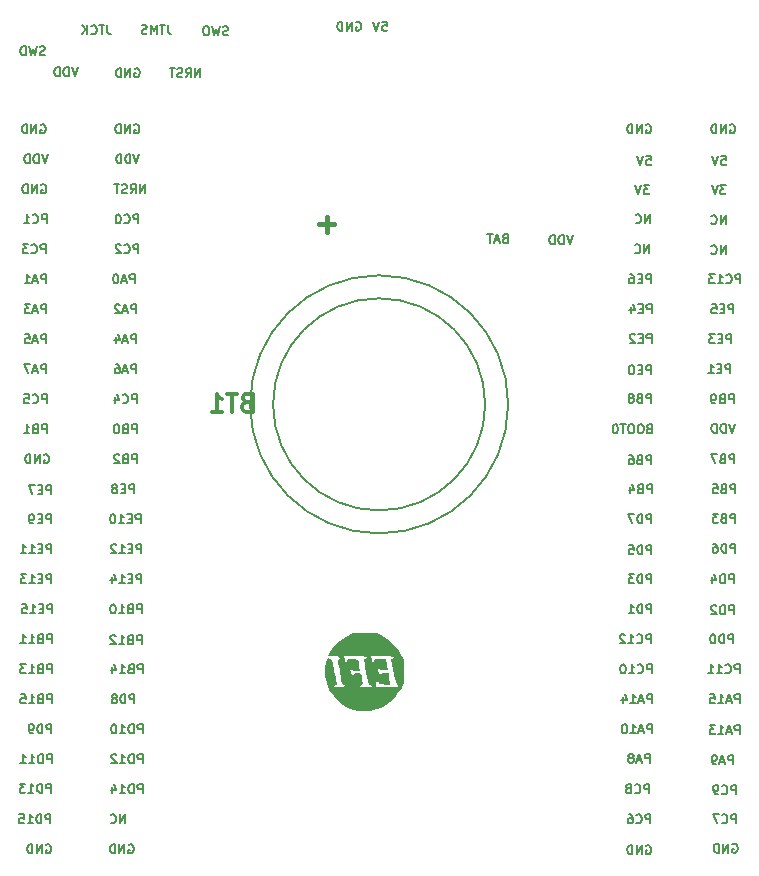
<source format=gbo>
G04 (created by PCBNEW (2013-07-07 BZR 4022)-stable) date 22/02/2014 22:22:10*
%MOIN*%
G04 Gerber Fmt 3.4, Leading zero omitted, Abs format*
%FSLAX34Y34*%
G01*
G70*
G90*
G04 APERTURE LIST*
%ADD10C,0.00590551*%
%ADD11C,0.006*%
%ADD12C,0.015*%
%ADD13C,0.0079*%
%ADD14C,0.0001*%
%ADD15C,0.012*%
G04 APERTURE END LIST*
G54D10*
G54D11*
X38303Y-34760D02*
X38332Y-34746D01*
X38375Y-34746D01*
X38417Y-34760D01*
X38446Y-34789D01*
X38460Y-34817D01*
X38475Y-34875D01*
X38475Y-34917D01*
X38460Y-34975D01*
X38446Y-35003D01*
X38417Y-35032D01*
X38375Y-35046D01*
X38346Y-35046D01*
X38303Y-35032D01*
X38289Y-35017D01*
X38289Y-34917D01*
X38346Y-34917D01*
X38160Y-35046D02*
X38160Y-34746D01*
X37989Y-35046D01*
X37989Y-34746D01*
X37846Y-35046D02*
X37846Y-34746D01*
X37775Y-34746D01*
X37732Y-34760D01*
X37703Y-34789D01*
X37689Y-34817D01*
X37675Y-34875D01*
X37675Y-34917D01*
X37689Y-34975D01*
X37703Y-35003D01*
X37732Y-35032D01*
X37775Y-35046D01*
X37846Y-35046D01*
X36400Y-34721D02*
X36300Y-35021D01*
X36200Y-34721D01*
X36099Y-35021D02*
X36099Y-34721D01*
X36028Y-34721D01*
X35985Y-34735D01*
X35957Y-34764D01*
X35942Y-34792D01*
X35928Y-34850D01*
X35928Y-34892D01*
X35942Y-34950D01*
X35957Y-34978D01*
X35985Y-35007D01*
X36028Y-35021D01*
X36099Y-35021D01*
X35799Y-35021D02*
X35799Y-34721D01*
X35728Y-34721D01*
X35685Y-34735D01*
X35657Y-34764D01*
X35642Y-34792D01*
X35628Y-34850D01*
X35628Y-34892D01*
X35642Y-34950D01*
X35657Y-34978D01*
X35685Y-35007D01*
X35728Y-35021D01*
X35799Y-35021D01*
X40492Y-35046D02*
X40492Y-34746D01*
X40321Y-35046D01*
X40321Y-34746D01*
X40007Y-35046D02*
X40107Y-34903D01*
X40178Y-35046D02*
X40178Y-34746D01*
X40064Y-34746D01*
X40035Y-34760D01*
X40021Y-34775D01*
X40007Y-34803D01*
X40007Y-34846D01*
X40021Y-34875D01*
X40035Y-34889D01*
X40064Y-34903D01*
X40178Y-34903D01*
X39892Y-35032D02*
X39849Y-35046D01*
X39778Y-35046D01*
X39749Y-35032D01*
X39735Y-35017D01*
X39721Y-34989D01*
X39721Y-34960D01*
X39735Y-34932D01*
X39749Y-34917D01*
X39778Y-34903D01*
X39835Y-34889D01*
X39864Y-34875D01*
X39878Y-34860D01*
X39892Y-34832D01*
X39892Y-34803D01*
X39878Y-34775D01*
X39864Y-34760D01*
X39835Y-34746D01*
X39764Y-34746D01*
X39721Y-34760D01*
X39635Y-34746D02*
X39464Y-34746D01*
X39549Y-35046D02*
X39549Y-34746D01*
X35307Y-34307D02*
X35264Y-34321D01*
X35192Y-34321D01*
X35164Y-34307D01*
X35149Y-34292D01*
X35135Y-34264D01*
X35135Y-34235D01*
X35149Y-34207D01*
X35164Y-34192D01*
X35192Y-34178D01*
X35249Y-34164D01*
X35278Y-34150D01*
X35292Y-34135D01*
X35307Y-34107D01*
X35307Y-34078D01*
X35292Y-34050D01*
X35278Y-34035D01*
X35249Y-34021D01*
X35178Y-34021D01*
X35135Y-34035D01*
X35035Y-34021D02*
X34964Y-34321D01*
X34907Y-34107D01*
X34850Y-34321D01*
X34778Y-34021D01*
X34664Y-34321D02*
X34664Y-34021D01*
X34592Y-34021D01*
X34550Y-34035D01*
X34521Y-34064D01*
X34507Y-34092D01*
X34492Y-34150D01*
X34492Y-34192D01*
X34507Y-34250D01*
X34521Y-34278D01*
X34550Y-34307D01*
X34592Y-34321D01*
X34664Y-34321D01*
X39410Y-33296D02*
X39410Y-33510D01*
X39424Y-33553D01*
X39453Y-33582D01*
X39496Y-33596D01*
X39524Y-33596D01*
X39310Y-33296D02*
X39139Y-33296D01*
X39224Y-33596D02*
X39224Y-33296D01*
X39039Y-33596D02*
X39039Y-33296D01*
X38939Y-33510D01*
X38839Y-33296D01*
X38839Y-33596D01*
X38710Y-33582D02*
X38667Y-33596D01*
X38596Y-33596D01*
X38567Y-33582D01*
X38553Y-33567D01*
X38539Y-33539D01*
X38539Y-33510D01*
X38553Y-33482D01*
X38567Y-33467D01*
X38596Y-33453D01*
X38653Y-33439D01*
X38682Y-33425D01*
X38696Y-33410D01*
X38710Y-33382D01*
X38710Y-33353D01*
X38696Y-33325D01*
X38682Y-33310D01*
X38653Y-33296D01*
X38582Y-33296D01*
X38539Y-33310D01*
X41414Y-33632D02*
X41371Y-33646D01*
X41299Y-33646D01*
X41271Y-33632D01*
X41257Y-33617D01*
X41242Y-33589D01*
X41242Y-33560D01*
X41257Y-33532D01*
X41271Y-33517D01*
X41299Y-33503D01*
X41357Y-33489D01*
X41385Y-33475D01*
X41399Y-33460D01*
X41414Y-33432D01*
X41414Y-33403D01*
X41399Y-33375D01*
X41385Y-33360D01*
X41357Y-33346D01*
X41285Y-33346D01*
X41242Y-33360D01*
X41142Y-33346D02*
X41071Y-33646D01*
X41014Y-33432D01*
X40957Y-33646D01*
X40885Y-33346D01*
X40714Y-33346D02*
X40657Y-33346D01*
X40628Y-33360D01*
X40600Y-33389D01*
X40585Y-33446D01*
X40585Y-33546D01*
X40600Y-33603D01*
X40628Y-33632D01*
X40657Y-33646D01*
X40714Y-33646D01*
X40742Y-33632D01*
X40771Y-33603D01*
X40785Y-33546D01*
X40785Y-33446D01*
X40771Y-33389D01*
X40742Y-33360D01*
X40714Y-33346D01*
X37396Y-33321D02*
X37396Y-33535D01*
X37410Y-33578D01*
X37439Y-33607D01*
X37482Y-33621D01*
X37510Y-33621D01*
X37296Y-33321D02*
X37125Y-33321D01*
X37210Y-33621D02*
X37210Y-33321D01*
X36853Y-33592D02*
X36867Y-33607D01*
X36910Y-33621D01*
X36939Y-33621D01*
X36982Y-33607D01*
X37010Y-33578D01*
X37025Y-33550D01*
X37039Y-33492D01*
X37039Y-33450D01*
X37025Y-33392D01*
X37010Y-33364D01*
X36982Y-33335D01*
X36939Y-33321D01*
X36910Y-33321D01*
X36867Y-33335D01*
X36853Y-33350D01*
X36725Y-33621D02*
X36725Y-33321D01*
X36553Y-33621D02*
X36682Y-33450D01*
X36553Y-33321D02*
X36725Y-33492D01*
X45678Y-33210D02*
X45707Y-33196D01*
X45750Y-33196D01*
X45792Y-33210D01*
X45821Y-33239D01*
X45835Y-33267D01*
X45850Y-33325D01*
X45850Y-33367D01*
X45835Y-33425D01*
X45821Y-33453D01*
X45792Y-33482D01*
X45750Y-33496D01*
X45721Y-33496D01*
X45678Y-33482D01*
X45664Y-33467D01*
X45664Y-33367D01*
X45721Y-33367D01*
X45535Y-33496D02*
X45535Y-33196D01*
X45364Y-33496D01*
X45364Y-33196D01*
X45221Y-33496D02*
X45221Y-33196D01*
X45150Y-33196D01*
X45107Y-33210D01*
X45078Y-33239D01*
X45064Y-33267D01*
X45050Y-33325D01*
X45050Y-33367D01*
X45064Y-33425D01*
X45078Y-33453D01*
X45107Y-33482D01*
X45150Y-33496D01*
X45221Y-33496D01*
X46557Y-33196D02*
X46699Y-33196D01*
X46714Y-33339D01*
X46699Y-33325D01*
X46671Y-33310D01*
X46599Y-33310D01*
X46571Y-33325D01*
X46557Y-33339D01*
X46542Y-33367D01*
X46542Y-33439D01*
X46557Y-33467D01*
X46571Y-33482D01*
X46599Y-33496D01*
X46671Y-33496D01*
X46699Y-33482D01*
X46714Y-33467D01*
X46457Y-33196D02*
X46357Y-33496D01*
X46257Y-33196D01*
X50646Y-40414D02*
X50603Y-40428D01*
X50589Y-40442D01*
X50575Y-40471D01*
X50575Y-40514D01*
X50589Y-40542D01*
X50603Y-40557D01*
X50632Y-40571D01*
X50746Y-40571D01*
X50746Y-40271D01*
X50646Y-40271D01*
X50617Y-40285D01*
X50603Y-40300D01*
X50589Y-40328D01*
X50589Y-40357D01*
X50603Y-40385D01*
X50617Y-40400D01*
X50646Y-40414D01*
X50746Y-40414D01*
X50460Y-40485D02*
X50317Y-40485D01*
X50489Y-40571D02*
X50389Y-40271D01*
X50289Y-40571D01*
X50232Y-40271D02*
X50060Y-40271D01*
X50146Y-40571D02*
X50146Y-40271D01*
X52900Y-40321D02*
X52800Y-40621D01*
X52700Y-40321D01*
X52599Y-40621D02*
X52599Y-40321D01*
X52528Y-40321D01*
X52485Y-40335D01*
X52457Y-40364D01*
X52442Y-40392D01*
X52428Y-40450D01*
X52428Y-40492D01*
X52442Y-40550D01*
X52457Y-40578D01*
X52485Y-40607D01*
X52528Y-40621D01*
X52599Y-40621D01*
X52299Y-40621D02*
X52299Y-40321D01*
X52228Y-40321D01*
X52185Y-40335D01*
X52157Y-40364D01*
X52142Y-40392D01*
X52128Y-40450D01*
X52128Y-40492D01*
X52142Y-40550D01*
X52157Y-40578D01*
X52185Y-40607D01*
X52228Y-40621D01*
X52299Y-40621D01*
X38103Y-60635D02*
X38132Y-60621D01*
X38175Y-60621D01*
X38217Y-60635D01*
X38246Y-60664D01*
X38260Y-60692D01*
X38275Y-60750D01*
X38275Y-60792D01*
X38260Y-60850D01*
X38246Y-60878D01*
X38217Y-60907D01*
X38175Y-60921D01*
X38146Y-60921D01*
X38103Y-60907D01*
X38089Y-60892D01*
X38089Y-60792D01*
X38146Y-60792D01*
X37960Y-60921D02*
X37960Y-60621D01*
X37789Y-60921D01*
X37789Y-60621D01*
X37646Y-60921D02*
X37646Y-60621D01*
X37575Y-60621D01*
X37532Y-60635D01*
X37503Y-60664D01*
X37489Y-60692D01*
X37475Y-60750D01*
X37475Y-60792D01*
X37489Y-60850D01*
X37503Y-60878D01*
X37532Y-60907D01*
X37575Y-60921D01*
X37646Y-60921D01*
X37985Y-59921D02*
X37985Y-59621D01*
X37814Y-59921D01*
X37814Y-59621D01*
X37500Y-59892D02*
X37514Y-59907D01*
X37557Y-59921D01*
X37585Y-59921D01*
X37628Y-59907D01*
X37657Y-59878D01*
X37671Y-59850D01*
X37685Y-59792D01*
X37685Y-59750D01*
X37671Y-59692D01*
X37657Y-59664D01*
X37628Y-59635D01*
X37585Y-59621D01*
X37557Y-59621D01*
X37514Y-59635D01*
X37500Y-59650D01*
X38564Y-58921D02*
X38564Y-58621D01*
X38450Y-58621D01*
X38421Y-58635D01*
X38407Y-58650D01*
X38392Y-58678D01*
X38392Y-58721D01*
X38407Y-58750D01*
X38421Y-58764D01*
X38450Y-58778D01*
X38564Y-58778D01*
X38264Y-58921D02*
X38264Y-58621D01*
X38192Y-58621D01*
X38150Y-58635D01*
X38121Y-58664D01*
X38107Y-58692D01*
X38092Y-58750D01*
X38092Y-58792D01*
X38107Y-58850D01*
X38121Y-58878D01*
X38150Y-58907D01*
X38192Y-58921D01*
X38264Y-58921D01*
X37807Y-58921D02*
X37978Y-58921D01*
X37892Y-58921D02*
X37892Y-58621D01*
X37921Y-58664D01*
X37950Y-58692D01*
X37978Y-58707D01*
X37550Y-58721D02*
X37550Y-58921D01*
X37621Y-58607D02*
X37692Y-58821D01*
X37507Y-58821D01*
X38564Y-57921D02*
X38564Y-57621D01*
X38450Y-57621D01*
X38421Y-57635D01*
X38407Y-57650D01*
X38392Y-57678D01*
X38392Y-57721D01*
X38407Y-57750D01*
X38421Y-57764D01*
X38450Y-57778D01*
X38564Y-57778D01*
X38264Y-57921D02*
X38264Y-57621D01*
X38192Y-57621D01*
X38150Y-57635D01*
X38121Y-57664D01*
X38107Y-57692D01*
X38092Y-57750D01*
X38092Y-57792D01*
X38107Y-57850D01*
X38121Y-57878D01*
X38150Y-57907D01*
X38192Y-57921D01*
X38264Y-57921D01*
X37807Y-57921D02*
X37978Y-57921D01*
X37892Y-57921D02*
X37892Y-57621D01*
X37921Y-57664D01*
X37950Y-57692D01*
X37978Y-57707D01*
X37692Y-57650D02*
X37678Y-57635D01*
X37650Y-57621D01*
X37578Y-57621D01*
X37550Y-57635D01*
X37535Y-57650D01*
X37521Y-57678D01*
X37521Y-57707D01*
X37535Y-57750D01*
X37707Y-57921D01*
X37521Y-57921D01*
X38564Y-56921D02*
X38564Y-56621D01*
X38450Y-56621D01*
X38421Y-56635D01*
X38407Y-56650D01*
X38392Y-56678D01*
X38392Y-56721D01*
X38407Y-56750D01*
X38421Y-56764D01*
X38450Y-56778D01*
X38564Y-56778D01*
X38264Y-56921D02*
X38264Y-56621D01*
X38192Y-56621D01*
X38150Y-56635D01*
X38121Y-56664D01*
X38107Y-56692D01*
X38092Y-56750D01*
X38092Y-56792D01*
X38107Y-56850D01*
X38121Y-56878D01*
X38150Y-56907D01*
X38192Y-56921D01*
X38264Y-56921D01*
X37807Y-56921D02*
X37978Y-56921D01*
X37892Y-56921D02*
X37892Y-56621D01*
X37921Y-56664D01*
X37950Y-56692D01*
X37978Y-56707D01*
X37621Y-56621D02*
X37592Y-56621D01*
X37564Y-56635D01*
X37550Y-56650D01*
X37535Y-56678D01*
X37521Y-56735D01*
X37521Y-56807D01*
X37535Y-56864D01*
X37550Y-56892D01*
X37564Y-56907D01*
X37592Y-56921D01*
X37621Y-56921D01*
X37650Y-56907D01*
X37664Y-56892D01*
X37678Y-56864D01*
X37692Y-56807D01*
X37692Y-56735D01*
X37678Y-56678D01*
X37664Y-56650D01*
X37650Y-56635D01*
X37621Y-56621D01*
X38296Y-55921D02*
X38296Y-55621D01*
X38182Y-55621D01*
X38153Y-55635D01*
X38139Y-55650D01*
X38125Y-55678D01*
X38125Y-55721D01*
X38139Y-55750D01*
X38153Y-55764D01*
X38182Y-55778D01*
X38296Y-55778D01*
X37996Y-55921D02*
X37996Y-55621D01*
X37925Y-55621D01*
X37882Y-55635D01*
X37853Y-55664D01*
X37839Y-55692D01*
X37825Y-55750D01*
X37825Y-55792D01*
X37839Y-55850D01*
X37853Y-55878D01*
X37882Y-55907D01*
X37925Y-55921D01*
X37996Y-55921D01*
X37653Y-55750D02*
X37682Y-55735D01*
X37696Y-55721D01*
X37710Y-55692D01*
X37710Y-55678D01*
X37696Y-55650D01*
X37682Y-55635D01*
X37653Y-55621D01*
X37596Y-55621D01*
X37567Y-55635D01*
X37553Y-55650D01*
X37539Y-55678D01*
X37539Y-55692D01*
X37553Y-55721D01*
X37567Y-55735D01*
X37596Y-55750D01*
X37653Y-55750D01*
X37682Y-55764D01*
X37696Y-55778D01*
X37710Y-55807D01*
X37710Y-55864D01*
X37696Y-55892D01*
X37682Y-55907D01*
X37653Y-55921D01*
X37596Y-55921D01*
X37567Y-55907D01*
X37553Y-55892D01*
X37539Y-55864D01*
X37539Y-55807D01*
X37553Y-55778D01*
X37567Y-55764D01*
X37596Y-55750D01*
X38564Y-54921D02*
X38564Y-54621D01*
X38450Y-54621D01*
X38421Y-54635D01*
X38407Y-54650D01*
X38392Y-54678D01*
X38392Y-54721D01*
X38407Y-54750D01*
X38421Y-54764D01*
X38450Y-54778D01*
X38564Y-54778D01*
X38164Y-54764D02*
X38121Y-54778D01*
X38107Y-54792D01*
X38092Y-54821D01*
X38092Y-54864D01*
X38107Y-54892D01*
X38121Y-54907D01*
X38150Y-54921D01*
X38264Y-54921D01*
X38264Y-54621D01*
X38164Y-54621D01*
X38135Y-54635D01*
X38121Y-54650D01*
X38107Y-54678D01*
X38107Y-54707D01*
X38121Y-54735D01*
X38135Y-54750D01*
X38164Y-54764D01*
X38264Y-54764D01*
X37807Y-54921D02*
X37978Y-54921D01*
X37892Y-54921D02*
X37892Y-54621D01*
X37921Y-54664D01*
X37950Y-54692D01*
X37978Y-54707D01*
X37550Y-54721D02*
X37550Y-54921D01*
X37621Y-54607D02*
X37692Y-54821D01*
X37507Y-54821D01*
X38539Y-53946D02*
X38539Y-53646D01*
X38425Y-53646D01*
X38396Y-53660D01*
X38382Y-53675D01*
X38367Y-53703D01*
X38367Y-53746D01*
X38382Y-53775D01*
X38396Y-53789D01*
X38425Y-53803D01*
X38539Y-53803D01*
X38139Y-53789D02*
X38096Y-53803D01*
X38082Y-53817D01*
X38067Y-53846D01*
X38067Y-53889D01*
X38082Y-53917D01*
X38096Y-53932D01*
X38125Y-53946D01*
X38239Y-53946D01*
X38239Y-53646D01*
X38139Y-53646D01*
X38110Y-53660D01*
X38096Y-53675D01*
X38082Y-53703D01*
X38082Y-53732D01*
X38096Y-53760D01*
X38110Y-53775D01*
X38139Y-53789D01*
X38239Y-53789D01*
X37782Y-53946D02*
X37953Y-53946D01*
X37867Y-53946D02*
X37867Y-53646D01*
X37896Y-53689D01*
X37925Y-53717D01*
X37953Y-53732D01*
X37667Y-53675D02*
X37653Y-53660D01*
X37625Y-53646D01*
X37553Y-53646D01*
X37525Y-53660D01*
X37510Y-53675D01*
X37496Y-53703D01*
X37496Y-53732D01*
X37510Y-53775D01*
X37682Y-53946D01*
X37496Y-53946D01*
X38539Y-52921D02*
X38539Y-52621D01*
X38425Y-52621D01*
X38396Y-52635D01*
X38382Y-52650D01*
X38367Y-52678D01*
X38367Y-52721D01*
X38382Y-52750D01*
X38396Y-52764D01*
X38425Y-52778D01*
X38539Y-52778D01*
X38139Y-52764D02*
X38096Y-52778D01*
X38082Y-52792D01*
X38067Y-52821D01*
X38067Y-52864D01*
X38082Y-52892D01*
X38096Y-52907D01*
X38125Y-52921D01*
X38239Y-52921D01*
X38239Y-52621D01*
X38139Y-52621D01*
X38110Y-52635D01*
X38096Y-52650D01*
X38082Y-52678D01*
X38082Y-52707D01*
X38096Y-52735D01*
X38110Y-52750D01*
X38139Y-52764D01*
X38239Y-52764D01*
X37782Y-52921D02*
X37953Y-52921D01*
X37867Y-52921D02*
X37867Y-52621D01*
X37896Y-52664D01*
X37925Y-52692D01*
X37953Y-52707D01*
X37596Y-52621D02*
X37567Y-52621D01*
X37539Y-52635D01*
X37525Y-52650D01*
X37510Y-52678D01*
X37496Y-52735D01*
X37496Y-52807D01*
X37510Y-52864D01*
X37525Y-52892D01*
X37539Y-52907D01*
X37567Y-52921D01*
X37596Y-52921D01*
X37625Y-52907D01*
X37639Y-52892D01*
X37653Y-52864D01*
X37667Y-52807D01*
X37667Y-52735D01*
X37653Y-52678D01*
X37639Y-52650D01*
X37625Y-52635D01*
X37596Y-52621D01*
X38524Y-51921D02*
X38524Y-51621D01*
X38410Y-51621D01*
X38382Y-51635D01*
X38367Y-51650D01*
X38353Y-51678D01*
X38353Y-51721D01*
X38367Y-51750D01*
X38382Y-51764D01*
X38410Y-51778D01*
X38524Y-51778D01*
X38224Y-51764D02*
X38124Y-51764D01*
X38082Y-51921D02*
X38224Y-51921D01*
X38224Y-51621D01*
X38082Y-51621D01*
X37796Y-51921D02*
X37967Y-51921D01*
X37882Y-51921D02*
X37882Y-51621D01*
X37910Y-51664D01*
X37939Y-51692D01*
X37967Y-51707D01*
X37539Y-51721D02*
X37539Y-51921D01*
X37610Y-51607D02*
X37682Y-51821D01*
X37496Y-51821D01*
X38524Y-50921D02*
X38524Y-50621D01*
X38410Y-50621D01*
X38382Y-50635D01*
X38367Y-50650D01*
X38353Y-50678D01*
X38353Y-50721D01*
X38367Y-50750D01*
X38382Y-50764D01*
X38410Y-50778D01*
X38524Y-50778D01*
X38224Y-50764D02*
X38124Y-50764D01*
X38082Y-50921D02*
X38224Y-50921D01*
X38224Y-50621D01*
X38082Y-50621D01*
X37796Y-50921D02*
X37967Y-50921D01*
X37882Y-50921D02*
X37882Y-50621D01*
X37910Y-50664D01*
X37939Y-50692D01*
X37967Y-50707D01*
X37682Y-50650D02*
X37667Y-50635D01*
X37639Y-50621D01*
X37567Y-50621D01*
X37539Y-50635D01*
X37524Y-50650D01*
X37510Y-50678D01*
X37510Y-50707D01*
X37524Y-50750D01*
X37696Y-50921D01*
X37510Y-50921D01*
X38499Y-49921D02*
X38499Y-49621D01*
X38385Y-49621D01*
X38357Y-49635D01*
X38342Y-49650D01*
X38328Y-49678D01*
X38328Y-49721D01*
X38342Y-49750D01*
X38357Y-49764D01*
X38385Y-49778D01*
X38499Y-49778D01*
X38199Y-49764D02*
X38099Y-49764D01*
X38057Y-49921D02*
X38199Y-49921D01*
X38199Y-49621D01*
X38057Y-49621D01*
X37771Y-49921D02*
X37942Y-49921D01*
X37857Y-49921D02*
X37857Y-49621D01*
X37885Y-49664D01*
X37914Y-49692D01*
X37942Y-49707D01*
X37585Y-49621D02*
X37557Y-49621D01*
X37528Y-49635D01*
X37514Y-49650D01*
X37499Y-49678D01*
X37485Y-49735D01*
X37485Y-49807D01*
X37499Y-49864D01*
X37514Y-49892D01*
X37528Y-49907D01*
X37557Y-49921D01*
X37585Y-49921D01*
X37614Y-49907D01*
X37628Y-49892D01*
X37642Y-49864D01*
X37657Y-49807D01*
X37657Y-49735D01*
X37642Y-49678D01*
X37628Y-49650D01*
X37614Y-49635D01*
X37585Y-49621D01*
X38282Y-48921D02*
X38282Y-48621D01*
X38167Y-48621D01*
X38139Y-48635D01*
X38125Y-48650D01*
X38110Y-48678D01*
X38110Y-48721D01*
X38125Y-48750D01*
X38139Y-48764D01*
X38167Y-48778D01*
X38282Y-48778D01*
X37982Y-48764D02*
X37882Y-48764D01*
X37839Y-48921D02*
X37982Y-48921D01*
X37982Y-48621D01*
X37839Y-48621D01*
X37667Y-48750D02*
X37696Y-48735D01*
X37710Y-48721D01*
X37724Y-48692D01*
X37724Y-48678D01*
X37710Y-48650D01*
X37696Y-48635D01*
X37667Y-48621D01*
X37610Y-48621D01*
X37582Y-48635D01*
X37567Y-48650D01*
X37553Y-48678D01*
X37553Y-48692D01*
X37567Y-48721D01*
X37582Y-48735D01*
X37610Y-48750D01*
X37667Y-48750D01*
X37696Y-48764D01*
X37710Y-48778D01*
X37724Y-48807D01*
X37724Y-48864D01*
X37710Y-48892D01*
X37696Y-48907D01*
X37667Y-48921D01*
X37610Y-48921D01*
X37582Y-48907D01*
X37567Y-48892D01*
X37553Y-48864D01*
X37553Y-48807D01*
X37567Y-48778D01*
X37582Y-48764D01*
X37610Y-48750D01*
X35278Y-47635D02*
X35307Y-47621D01*
X35350Y-47621D01*
X35392Y-47635D01*
X35421Y-47664D01*
X35435Y-47692D01*
X35450Y-47750D01*
X35450Y-47792D01*
X35435Y-47850D01*
X35421Y-47878D01*
X35392Y-47907D01*
X35350Y-47921D01*
X35321Y-47921D01*
X35278Y-47907D01*
X35264Y-47892D01*
X35264Y-47792D01*
X35321Y-47792D01*
X35135Y-47921D02*
X35135Y-47621D01*
X34964Y-47921D01*
X34964Y-47621D01*
X34821Y-47921D02*
X34821Y-47621D01*
X34750Y-47621D01*
X34707Y-47635D01*
X34678Y-47664D01*
X34664Y-47692D01*
X34650Y-47750D01*
X34650Y-47792D01*
X34664Y-47850D01*
X34678Y-47878D01*
X34707Y-47907D01*
X34750Y-47921D01*
X34821Y-47921D01*
X35489Y-59921D02*
X35489Y-59621D01*
X35375Y-59621D01*
X35346Y-59635D01*
X35332Y-59650D01*
X35317Y-59678D01*
X35317Y-59721D01*
X35332Y-59750D01*
X35346Y-59764D01*
X35375Y-59778D01*
X35489Y-59778D01*
X35189Y-59921D02*
X35189Y-59621D01*
X35117Y-59621D01*
X35075Y-59635D01*
X35046Y-59664D01*
X35032Y-59692D01*
X35017Y-59750D01*
X35017Y-59792D01*
X35032Y-59850D01*
X35046Y-59878D01*
X35075Y-59907D01*
X35117Y-59921D01*
X35189Y-59921D01*
X34732Y-59921D02*
X34903Y-59921D01*
X34817Y-59921D02*
X34817Y-59621D01*
X34846Y-59664D01*
X34875Y-59692D01*
X34903Y-59707D01*
X34460Y-59621D02*
X34603Y-59621D01*
X34617Y-59764D01*
X34603Y-59750D01*
X34575Y-59735D01*
X34503Y-59735D01*
X34475Y-59750D01*
X34460Y-59764D01*
X34446Y-59792D01*
X34446Y-59864D01*
X34460Y-59892D01*
X34475Y-59907D01*
X34503Y-59921D01*
X34575Y-59921D01*
X34603Y-59907D01*
X34617Y-59892D01*
X35514Y-58896D02*
X35514Y-58596D01*
X35400Y-58596D01*
X35371Y-58610D01*
X35357Y-58625D01*
X35342Y-58653D01*
X35342Y-58696D01*
X35357Y-58725D01*
X35371Y-58739D01*
X35400Y-58753D01*
X35514Y-58753D01*
X35214Y-58896D02*
X35214Y-58596D01*
X35142Y-58596D01*
X35100Y-58610D01*
X35071Y-58639D01*
X35057Y-58667D01*
X35042Y-58725D01*
X35042Y-58767D01*
X35057Y-58825D01*
X35071Y-58853D01*
X35100Y-58882D01*
X35142Y-58896D01*
X35214Y-58896D01*
X34757Y-58896D02*
X34928Y-58896D01*
X34842Y-58896D02*
X34842Y-58596D01*
X34871Y-58639D01*
X34900Y-58667D01*
X34928Y-58682D01*
X34657Y-58596D02*
X34471Y-58596D01*
X34571Y-58710D01*
X34528Y-58710D01*
X34500Y-58725D01*
X34485Y-58739D01*
X34471Y-58767D01*
X34471Y-58839D01*
X34485Y-58867D01*
X34500Y-58882D01*
X34528Y-58896D01*
X34614Y-58896D01*
X34642Y-58882D01*
X34657Y-58867D01*
X35539Y-57921D02*
X35539Y-57621D01*
X35425Y-57621D01*
X35396Y-57635D01*
X35382Y-57650D01*
X35367Y-57678D01*
X35367Y-57721D01*
X35382Y-57750D01*
X35396Y-57764D01*
X35425Y-57778D01*
X35539Y-57778D01*
X35239Y-57921D02*
X35239Y-57621D01*
X35167Y-57621D01*
X35125Y-57635D01*
X35096Y-57664D01*
X35082Y-57692D01*
X35067Y-57750D01*
X35067Y-57792D01*
X35082Y-57850D01*
X35096Y-57878D01*
X35125Y-57907D01*
X35167Y-57921D01*
X35239Y-57921D01*
X34782Y-57921D02*
X34953Y-57921D01*
X34867Y-57921D02*
X34867Y-57621D01*
X34896Y-57664D01*
X34925Y-57692D01*
X34953Y-57707D01*
X34496Y-57921D02*
X34667Y-57921D01*
X34582Y-57921D02*
X34582Y-57621D01*
X34610Y-57664D01*
X34639Y-57692D01*
X34667Y-57707D01*
X35521Y-56921D02*
X35521Y-56621D01*
X35407Y-56621D01*
X35378Y-56635D01*
X35364Y-56650D01*
X35350Y-56678D01*
X35350Y-56721D01*
X35364Y-56750D01*
X35378Y-56764D01*
X35407Y-56778D01*
X35521Y-56778D01*
X35221Y-56921D02*
X35221Y-56621D01*
X35150Y-56621D01*
X35107Y-56635D01*
X35078Y-56664D01*
X35064Y-56692D01*
X35050Y-56750D01*
X35050Y-56792D01*
X35064Y-56850D01*
X35078Y-56878D01*
X35107Y-56907D01*
X35150Y-56921D01*
X35221Y-56921D01*
X34907Y-56921D02*
X34850Y-56921D01*
X34821Y-56907D01*
X34807Y-56892D01*
X34778Y-56850D01*
X34764Y-56792D01*
X34764Y-56678D01*
X34778Y-56650D01*
X34792Y-56635D01*
X34821Y-56621D01*
X34878Y-56621D01*
X34907Y-56635D01*
X34921Y-56650D01*
X34935Y-56678D01*
X34935Y-56750D01*
X34921Y-56778D01*
X34907Y-56792D01*
X34878Y-56807D01*
X34821Y-56807D01*
X34792Y-56792D01*
X34778Y-56778D01*
X34764Y-56750D01*
X35539Y-55921D02*
X35539Y-55621D01*
X35425Y-55621D01*
X35396Y-55635D01*
X35382Y-55650D01*
X35367Y-55678D01*
X35367Y-55721D01*
X35382Y-55750D01*
X35396Y-55764D01*
X35425Y-55778D01*
X35539Y-55778D01*
X35139Y-55764D02*
X35096Y-55778D01*
X35082Y-55792D01*
X35067Y-55821D01*
X35067Y-55864D01*
X35082Y-55892D01*
X35096Y-55907D01*
X35125Y-55921D01*
X35239Y-55921D01*
X35239Y-55621D01*
X35139Y-55621D01*
X35110Y-55635D01*
X35096Y-55650D01*
X35082Y-55678D01*
X35082Y-55707D01*
X35096Y-55735D01*
X35110Y-55750D01*
X35139Y-55764D01*
X35239Y-55764D01*
X34782Y-55921D02*
X34953Y-55921D01*
X34867Y-55921D02*
X34867Y-55621D01*
X34896Y-55664D01*
X34925Y-55692D01*
X34953Y-55707D01*
X34510Y-55621D02*
X34653Y-55621D01*
X34667Y-55764D01*
X34653Y-55750D01*
X34625Y-55735D01*
X34553Y-55735D01*
X34525Y-55750D01*
X34510Y-55764D01*
X34496Y-55792D01*
X34496Y-55864D01*
X34510Y-55892D01*
X34525Y-55907D01*
X34553Y-55921D01*
X34625Y-55921D01*
X34653Y-55907D01*
X34667Y-55892D01*
X35539Y-54921D02*
X35539Y-54621D01*
X35425Y-54621D01*
X35396Y-54635D01*
X35382Y-54650D01*
X35367Y-54678D01*
X35367Y-54721D01*
X35382Y-54750D01*
X35396Y-54764D01*
X35425Y-54778D01*
X35539Y-54778D01*
X35139Y-54764D02*
X35096Y-54778D01*
X35082Y-54792D01*
X35067Y-54821D01*
X35067Y-54864D01*
X35082Y-54892D01*
X35096Y-54907D01*
X35125Y-54921D01*
X35239Y-54921D01*
X35239Y-54621D01*
X35139Y-54621D01*
X35110Y-54635D01*
X35096Y-54650D01*
X35082Y-54678D01*
X35082Y-54707D01*
X35096Y-54735D01*
X35110Y-54750D01*
X35139Y-54764D01*
X35239Y-54764D01*
X34782Y-54921D02*
X34953Y-54921D01*
X34867Y-54921D02*
X34867Y-54621D01*
X34896Y-54664D01*
X34925Y-54692D01*
X34953Y-54707D01*
X34682Y-54621D02*
X34496Y-54621D01*
X34596Y-54735D01*
X34553Y-54735D01*
X34525Y-54750D01*
X34510Y-54764D01*
X34496Y-54792D01*
X34496Y-54864D01*
X34510Y-54892D01*
X34525Y-54907D01*
X34553Y-54921D01*
X34639Y-54921D01*
X34667Y-54907D01*
X34682Y-54892D01*
X35539Y-53921D02*
X35539Y-53621D01*
X35425Y-53621D01*
X35396Y-53635D01*
X35382Y-53650D01*
X35367Y-53678D01*
X35367Y-53721D01*
X35382Y-53750D01*
X35396Y-53764D01*
X35425Y-53778D01*
X35539Y-53778D01*
X35139Y-53764D02*
X35096Y-53778D01*
X35082Y-53792D01*
X35067Y-53821D01*
X35067Y-53864D01*
X35082Y-53892D01*
X35096Y-53907D01*
X35125Y-53921D01*
X35239Y-53921D01*
X35239Y-53621D01*
X35139Y-53621D01*
X35110Y-53635D01*
X35096Y-53650D01*
X35082Y-53678D01*
X35082Y-53707D01*
X35096Y-53735D01*
X35110Y-53750D01*
X35139Y-53764D01*
X35239Y-53764D01*
X34782Y-53921D02*
X34953Y-53921D01*
X34867Y-53921D02*
X34867Y-53621D01*
X34896Y-53664D01*
X34925Y-53692D01*
X34953Y-53707D01*
X34496Y-53921D02*
X34667Y-53921D01*
X34582Y-53921D02*
X34582Y-53621D01*
X34610Y-53664D01*
X34639Y-53692D01*
X34667Y-53707D01*
X35549Y-52921D02*
X35549Y-52621D01*
X35435Y-52621D01*
X35407Y-52635D01*
X35392Y-52650D01*
X35378Y-52678D01*
X35378Y-52721D01*
X35392Y-52750D01*
X35407Y-52764D01*
X35435Y-52778D01*
X35549Y-52778D01*
X35249Y-52764D02*
X35149Y-52764D01*
X35107Y-52921D02*
X35249Y-52921D01*
X35249Y-52621D01*
X35107Y-52621D01*
X34821Y-52921D02*
X34992Y-52921D01*
X34907Y-52921D02*
X34907Y-52621D01*
X34935Y-52664D01*
X34964Y-52692D01*
X34992Y-52707D01*
X34549Y-52621D02*
X34692Y-52621D01*
X34707Y-52764D01*
X34692Y-52750D01*
X34664Y-52735D01*
X34592Y-52735D01*
X34564Y-52750D01*
X34549Y-52764D01*
X34535Y-52792D01*
X34535Y-52864D01*
X34549Y-52892D01*
X34564Y-52907D01*
X34592Y-52921D01*
X34664Y-52921D01*
X34692Y-52907D01*
X34707Y-52892D01*
X35524Y-51921D02*
X35524Y-51621D01*
X35410Y-51621D01*
X35382Y-51635D01*
X35367Y-51650D01*
X35353Y-51678D01*
X35353Y-51721D01*
X35367Y-51750D01*
X35382Y-51764D01*
X35410Y-51778D01*
X35524Y-51778D01*
X35224Y-51764D02*
X35124Y-51764D01*
X35082Y-51921D02*
X35224Y-51921D01*
X35224Y-51621D01*
X35082Y-51621D01*
X34796Y-51921D02*
X34967Y-51921D01*
X34882Y-51921D02*
X34882Y-51621D01*
X34910Y-51664D01*
X34939Y-51692D01*
X34967Y-51707D01*
X34696Y-51621D02*
X34510Y-51621D01*
X34610Y-51735D01*
X34567Y-51735D01*
X34539Y-51750D01*
X34524Y-51764D01*
X34510Y-51792D01*
X34510Y-51864D01*
X34524Y-51892D01*
X34539Y-51907D01*
X34567Y-51921D01*
X34653Y-51921D01*
X34682Y-51907D01*
X34696Y-51892D01*
X35524Y-50921D02*
X35524Y-50621D01*
X35410Y-50621D01*
X35382Y-50635D01*
X35367Y-50650D01*
X35353Y-50678D01*
X35353Y-50721D01*
X35367Y-50750D01*
X35382Y-50764D01*
X35410Y-50778D01*
X35524Y-50778D01*
X35224Y-50764D02*
X35124Y-50764D01*
X35082Y-50921D02*
X35224Y-50921D01*
X35224Y-50621D01*
X35082Y-50621D01*
X34796Y-50921D02*
X34967Y-50921D01*
X34882Y-50921D02*
X34882Y-50621D01*
X34910Y-50664D01*
X34939Y-50692D01*
X34967Y-50707D01*
X34510Y-50921D02*
X34682Y-50921D01*
X34596Y-50921D02*
X34596Y-50621D01*
X34624Y-50664D01*
X34653Y-50692D01*
X34682Y-50707D01*
X35507Y-49921D02*
X35507Y-49621D01*
X35392Y-49621D01*
X35364Y-49635D01*
X35350Y-49650D01*
X35335Y-49678D01*
X35335Y-49721D01*
X35350Y-49750D01*
X35364Y-49764D01*
X35392Y-49778D01*
X35507Y-49778D01*
X35207Y-49764D02*
X35107Y-49764D01*
X35064Y-49921D02*
X35207Y-49921D01*
X35207Y-49621D01*
X35064Y-49621D01*
X34921Y-49921D02*
X34864Y-49921D01*
X34835Y-49907D01*
X34821Y-49892D01*
X34792Y-49850D01*
X34778Y-49792D01*
X34778Y-49678D01*
X34792Y-49650D01*
X34807Y-49635D01*
X34835Y-49621D01*
X34892Y-49621D01*
X34921Y-49635D01*
X34935Y-49650D01*
X34949Y-49678D01*
X34949Y-49750D01*
X34935Y-49778D01*
X34921Y-49792D01*
X34892Y-49807D01*
X34835Y-49807D01*
X34807Y-49792D01*
X34792Y-49778D01*
X34778Y-49750D01*
X35507Y-48946D02*
X35507Y-48646D01*
X35392Y-48646D01*
X35364Y-48660D01*
X35350Y-48675D01*
X35335Y-48703D01*
X35335Y-48746D01*
X35350Y-48775D01*
X35364Y-48789D01*
X35392Y-48803D01*
X35507Y-48803D01*
X35207Y-48789D02*
X35107Y-48789D01*
X35064Y-48946D02*
X35207Y-48946D01*
X35207Y-48646D01*
X35064Y-48646D01*
X34964Y-48646D02*
X34764Y-48646D01*
X34892Y-48946D01*
X35353Y-60635D02*
X35382Y-60621D01*
X35425Y-60621D01*
X35467Y-60635D01*
X35496Y-60664D01*
X35510Y-60692D01*
X35525Y-60750D01*
X35525Y-60792D01*
X35510Y-60850D01*
X35496Y-60878D01*
X35467Y-60907D01*
X35425Y-60921D01*
X35396Y-60921D01*
X35353Y-60907D01*
X35339Y-60892D01*
X35339Y-60792D01*
X35396Y-60792D01*
X35210Y-60921D02*
X35210Y-60621D01*
X35039Y-60921D01*
X35039Y-60621D01*
X34896Y-60921D02*
X34896Y-60621D01*
X34825Y-60621D01*
X34782Y-60635D01*
X34753Y-60664D01*
X34739Y-60692D01*
X34725Y-60750D01*
X34725Y-60792D01*
X34739Y-60850D01*
X34753Y-60878D01*
X34782Y-60907D01*
X34825Y-60921D01*
X34896Y-60921D01*
X58010Y-40946D02*
X58010Y-40646D01*
X57839Y-40946D01*
X57839Y-40646D01*
X57525Y-40917D02*
X57539Y-40932D01*
X57582Y-40946D01*
X57610Y-40946D01*
X57653Y-40932D01*
X57682Y-40903D01*
X57696Y-40875D01*
X57710Y-40817D01*
X57710Y-40775D01*
X57696Y-40717D01*
X57682Y-40689D01*
X57653Y-40660D01*
X57610Y-40646D01*
X57582Y-40646D01*
X57539Y-40660D01*
X57525Y-40675D01*
X55460Y-40921D02*
X55460Y-40621D01*
X55289Y-40921D01*
X55289Y-40621D01*
X54975Y-40892D02*
X54989Y-40907D01*
X55032Y-40921D01*
X55060Y-40921D01*
X55103Y-40907D01*
X55132Y-40878D01*
X55146Y-40850D01*
X55160Y-40792D01*
X55160Y-40750D01*
X55146Y-40692D01*
X55132Y-40664D01*
X55103Y-40635D01*
X55060Y-40621D01*
X55032Y-40621D01*
X54989Y-40635D01*
X54975Y-40650D01*
X55485Y-39921D02*
X55485Y-39621D01*
X55314Y-39921D01*
X55314Y-39621D01*
X55000Y-39892D02*
X55014Y-39907D01*
X55057Y-39921D01*
X55085Y-39921D01*
X55128Y-39907D01*
X55157Y-39878D01*
X55171Y-39850D01*
X55185Y-39792D01*
X55185Y-39750D01*
X55171Y-39692D01*
X55157Y-39664D01*
X55128Y-39635D01*
X55085Y-39621D01*
X55057Y-39621D01*
X55014Y-39635D01*
X55000Y-39650D01*
X55453Y-38646D02*
X55267Y-38646D01*
X55367Y-38760D01*
X55324Y-38760D01*
X55296Y-38775D01*
X55282Y-38789D01*
X55267Y-38817D01*
X55267Y-38889D01*
X55282Y-38917D01*
X55296Y-38932D01*
X55324Y-38946D01*
X55410Y-38946D01*
X55439Y-38932D01*
X55453Y-38917D01*
X55182Y-38646D02*
X55082Y-38946D01*
X54982Y-38646D01*
X55357Y-37671D02*
X55499Y-37671D01*
X55514Y-37814D01*
X55499Y-37800D01*
X55471Y-37785D01*
X55399Y-37785D01*
X55371Y-37800D01*
X55357Y-37814D01*
X55342Y-37842D01*
X55342Y-37914D01*
X55357Y-37942D01*
X55371Y-37957D01*
X55399Y-37971D01*
X55471Y-37971D01*
X55499Y-37957D01*
X55514Y-37942D01*
X55257Y-37671D02*
X55157Y-37971D01*
X55057Y-37671D01*
X55353Y-36635D02*
X55382Y-36621D01*
X55425Y-36621D01*
X55467Y-36635D01*
X55496Y-36664D01*
X55510Y-36692D01*
X55525Y-36750D01*
X55525Y-36792D01*
X55510Y-36850D01*
X55496Y-36878D01*
X55467Y-36907D01*
X55425Y-36921D01*
X55396Y-36921D01*
X55353Y-36907D01*
X55339Y-36892D01*
X55339Y-36792D01*
X55396Y-36792D01*
X55210Y-36921D02*
X55210Y-36621D01*
X55039Y-36921D01*
X55039Y-36621D01*
X54896Y-36921D02*
X54896Y-36621D01*
X54825Y-36621D01*
X54782Y-36635D01*
X54753Y-36664D01*
X54739Y-36692D01*
X54725Y-36750D01*
X54725Y-36792D01*
X54739Y-36850D01*
X54753Y-36878D01*
X54782Y-36907D01*
X54825Y-36921D01*
X54896Y-36921D01*
X58153Y-36635D02*
X58182Y-36621D01*
X58225Y-36621D01*
X58267Y-36635D01*
X58296Y-36664D01*
X58310Y-36692D01*
X58325Y-36750D01*
X58325Y-36792D01*
X58310Y-36850D01*
X58296Y-36878D01*
X58267Y-36907D01*
X58225Y-36921D01*
X58196Y-36921D01*
X58153Y-36907D01*
X58139Y-36892D01*
X58139Y-36792D01*
X58196Y-36792D01*
X58010Y-36921D02*
X58010Y-36621D01*
X57839Y-36921D01*
X57839Y-36621D01*
X57696Y-36921D02*
X57696Y-36621D01*
X57625Y-36621D01*
X57582Y-36635D01*
X57553Y-36664D01*
X57539Y-36692D01*
X57525Y-36750D01*
X57525Y-36792D01*
X57539Y-36850D01*
X57553Y-36878D01*
X57582Y-36907D01*
X57625Y-36921D01*
X57696Y-36921D01*
X55507Y-41921D02*
X55507Y-41621D01*
X55392Y-41621D01*
X55364Y-41635D01*
X55350Y-41650D01*
X55335Y-41678D01*
X55335Y-41721D01*
X55350Y-41750D01*
X55364Y-41764D01*
X55392Y-41778D01*
X55507Y-41778D01*
X55207Y-41764D02*
X55107Y-41764D01*
X55064Y-41921D02*
X55207Y-41921D01*
X55207Y-41621D01*
X55064Y-41621D01*
X54807Y-41621D02*
X54864Y-41621D01*
X54892Y-41635D01*
X54907Y-41650D01*
X54935Y-41692D01*
X54949Y-41750D01*
X54949Y-41864D01*
X54935Y-41892D01*
X54921Y-41907D01*
X54892Y-41921D01*
X54835Y-41921D01*
X54807Y-41907D01*
X54792Y-41892D01*
X54778Y-41864D01*
X54778Y-41792D01*
X54792Y-41764D01*
X54807Y-41750D01*
X54835Y-41735D01*
X54892Y-41735D01*
X54921Y-41750D01*
X54935Y-41764D01*
X54949Y-41792D01*
X55532Y-42921D02*
X55532Y-42621D01*
X55417Y-42621D01*
X55389Y-42635D01*
X55375Y-42650D01*
X55360Y-42678D01*
X55360Y-42721D01*
X55375Y-42750D01*
X55389Y-42764D01*
X55417Y-42778D01*
X55532Y-42778D01*
X55232Y-42764D02*
X55132Y-42764D01*
X55089Y-42921D02*
X55232Y-42921D01*
X55232Y-42621D01*
X55089Y-42621D01*
X54832Y-42721D02*
X54832Y-42921D01*
X54903Y-42607D02*
X54974Y-42821D01*
X54789Y-42821D01*
X55532Y-43896D02*
X55532Y-43596D01*
X55417Y-43596D01*
X55389Y-43610D01*
X55375Y-43625D01*
X55360Y-43653D01*
X55360Y-43696D01*
X55375Y-43725D01*
X55389Y-43739D01*
X55417Y-43753D01*
X55532Y-43753D01*
X55232Y-43739D02*
X55132Y-43739D01*
X55089Y-43896D02*
X55232Y-43896D01*
X55232Y-43596D01*
X55089Y-43596D01*
X54974Y-43625D02*
X54960Y-43610D01*
X54932Y-43596D01*
X54860Y-43596D01*
X54832Y-43610D01*
X54817Y-43625D01*
X54803Y-43653D01*
X54803Y-43682D01*
X54817Y-43725D01*
X54989Y-43896D01*
X54803Y-43896D01*
X55507Y-44946D02*
X55507Y-44646D01*
X55392Y-44646D01*
X55364Y-44660D01*
X55350Y-44675D01*
X55335Y-44703D01*
X55335Y-44746D01*
X55350Y-44775D01*
X55364Y-44789D01*
X55392Y-44803D01*
X55507Y-44803D01*
X55207Y-44789D02*
X55107Y-44789D01*
X55064Y-44946D02*
X55207Y-44946D01*
X55207Y-44646D01*
X55064Y-44646D01*
X54878Y-44646D02*
X54849Y-44646D01*
X54821Y-44660D01*
X54807Y-44675D01*
X54792Y-44703D01*
X54778Y-44760D01*
X54778Y-44832D01*
X54792Y-44889D01*
X54807Y-44917D01*
X54821Y-44932D01*
X54849Y-44946D01*
X54878Y-44946D01*
X54907Y-44932D01*
X54921Y-44917D01*
X54935Y-44889D01*
X54949Y-44832D01*
X54949Y-44760D01*
X54935Y-44703D01*
X54921Y-44675D01*
X54907Y-44660D01*
X54878Y-44646D01*
X55521Y-45896D02*
X55521Y-45596D01*
X55407Y-45596D01*
X55378Y-45610D01*
X55364Y-45625D01*
X55350Y-45653D01*
X55350Y-45696D01*
X55364Y-45725D01*
X55378Y-45739D01*
X55407Y-45753D01*
X55521Y-45753D01*
X55121Y-45739D02*
X55078Y-45753D01*
X55064Y-45767D01*
X55050Y-45796D01*
X55050Y-45839D01*
X55064Y-45867D01*
X55078Y-45882D01*
X55107Y-45896D01*
X55221Y-45896D01*
X55221Y-45596D01*
X55121Y-45596D01*
X55092Y-45610D01*
X55078Y-45625D01*
X55064Y-45653D01*
X55064Y-45682D01*
X55078Y-45710D01*
X55092Y-45725D01*
X55121Y-45739D01*
X55221Y-45739D01*
X54878Y-45725D02*
X54907Y-45710D01*
X54921Y-45696D01*
X54935Y-45667D01*
X54935Y-45653D01*
X54921Y-45625D01*
X54907Y-45610D01*
X54878Y-45596D01*
X54821Y-45596D01*
X54792Y-45610D01*
X54778Y-45625D01*
X54764Y-45653D01*
X54764Y-45667D01*
X54778Y-45696D01*
X54792Y-45710D01*
X54821Y-45725D01*
X54878Y-45725D01*
X54907Y-45739D01*
X54921Y-45753D01*
X54935Y-45782D01*
X54935Y-45839D01*
X54921Y-45867D01*
X54907Y-45882D01*
X54878Y-45896D01*
X54821Y-45896D01*
X54792Y-45882D01*
X54778Y-45867D01*
X54764Y-45839D01*
X54764Y-45782D01*
X54778Y-45753D01*
X54792Y-45739D01*
X54821Y-45725D01*
X55449Y-46764D02*
X55407Y-46778D01*
X55392Y-46792D01*
X55378Y-46821D01*
X55378Y-46864D01*
X55392Y-46892D01*
X55407Y-46907D01*
X55435Y-46921D01*
X55549Y-46921D01*
X55549Y-46621D01*
X55449Y-46621D01*
X55421Y-46635D01*
X55407Y-46650D01*
X55392Y-46678D01*
X55392Y-46707D01*
X55407Y-46735D01*
X55421Y-46750D01*
X55449Y-46764D01*
X55549Y-46764D01*
X55192Y-46621D02*
X55135Y-46621D01*
X55107Y-46635D01*
X55078Y-46664D01*
X55064Y-46721D01*
X55064Y-46821D01*
X55078Y-46878D01*
X55107Y-46907D01*
X55135Y-46921D01*
X55192Y-46921D01*
X55221Y-46907D01*
X55249Y-46878D01*
X55264Y-46821D01*
X55264Y-46721D01*
X55249Y-46664D01*
X55221Y-46635D01*
X55192Y-46621D01*
X54878Y-46621D02*
X54821Y-46621D01*
X54792Y-46635D01*
X54764Y-46664D01*
X54749Y-46721D01*
X54749Y-46821D01*
X54764Y-46878D01*
X54792Y-46907D01*
X54821Y-46921D01*
X54878Y-46921D01*
X54907Y-46907D01*
X54935Y-46878D01*
X54949Y-46821D01*
X54949Y-46721D01*
X54935Y-46664D01*
X54907Y-46635D01*
X54878Y-46621D01*
X54664Y-46621D02*
X54492Y-46621D01*
X54578Y-46921D02*
X54578Y-46621D01*
X54335Y-46621D02*
X54307Y-46621D01*
X54278Y-46635D01*
X54264Y-46650D01*
X54249Y-46678D01*
X54235Y-46735D01*
X54235Y-46807D01*
X54249Y-46864D01*
X54264Y-46892D01*
X54278Y-46907D01*
X54307Y-46921D01*
X54335Y-46921D01*
X54364Y-46907D01*
X54378Y-46892D01*
X54392Y-46864D01*
X54407Y-46807D01*
X54407Y-46735D01*
X54392Y-46678D01*
X54378Y-46650D01*
X54364Y-46635D01*
X54335Y-46621D01*
X55521Y-47946D02*
X55521Y-47646D01*
X55407Y-47646D01*
X55378Y-47660D01*
X55364Y-47675D01*
X55350Y-47703D01*
X55350Y-47746D01*
X55364Y-47775D01*
X55378Y-47789D01*
X55407Y-47803D01*
X55521Y-47803D01*
X55121Y-47789D02*
X55078Y-47803D01*
X55064Y-47817D01*
X55050Y-47846D01*
X55050Y-47889D01*
X55064Y-47917D01*
X55078Y-47932D01*
X55107Y-47946D01*
X55221Y-47946D01*
X55221Y-47646D01*
X55121Y-47646D01*
X55092Y-47660D01*
X55078Y-47675D01*
X55064Y-47703D01*
X55064Y-47732D01*
X55078Y-47760D01*
X55092Y-47775D01*
X55121Y-47789D01*
X55221Y-47789D01*
X54792Y-47646D02*
X54850Y-47646D01*
X54878Y-47660D01*
X54892Y-47675D01*
X54921Y-47717D01*
X54935Y-47775D01*
X54935Y-47889D01*
X54921Y-47917D01*
X54907Y-47932D01*
X54878Y-47946D01*
X54821Y-47946D01*
X54792Y-47932D01*
X54778Y-47917D01*
X54764Y-47889D01*
X54764Y-47817D01*
X54778Y-47789D01*
X54792Y-47775D01*
X54821Y-47760D01*
X54878Y-47760D01*
X54907Y-47775D01*
X54921Y-47789D01*
X54935Y-47817D01*
X55546Y-48921D02*
X55546Y-48621D01*
X55432Y-48621D01*
X55403Y-48635D01*
X55389Y-48650D01*
X55375Y-48678D01*
X55375Y-48721D01*
X55389Y-48750D01*
X55403Y-48764D01*
X55432Y-48778D01*
X55546Y-48778D01*
X55146Y-48764D02*
X55103Y-48778D01*
X55089Y-48792D01*
X55075Y-48821D01*
X55075Y-48864D01*
X55089Y-48892D01*
X55103Y-48907D01*
X55132Y-48921D01*
X55246Y-48921D01*
X55246Y-48621D01*
X55146Y-48621D01*
X55117Y-48635D01*
X55103Y-48650D01*
X55089Y-48678D01*
X55089Y-48707D01*
X55103Y-48735D01*
X55117Y-48750D01*
X55146Y-48764D01*
X55246Y-48764D01*
X54817Y-48721D02*
X54817Y-48921D01*
X54889Y-48607D02*
X54960Y-48821D01*
X54775Y-48821D01*
X55521Y-49921D02*
X55521Y-49621D01*
X55407Y-49621D01*
X55378Y-49635D01*
X55364Y-49650D01*
X55350Y-49678D01*
X55350Y-49721D01*
X55364Y-49750D01*
X55378Y-49764D01*
X55407Y-49778D01*
X55521Y-49778D01*
X55221Y-49921D02*
X55221Y-49621D01*
X55150Y-49621D01*
X55107Y-49635D01*
X55078Y-49664D01*
X55064Y-49692D01*
X55050Y-49750D01*
X55050Y-49792D01*
X55064Y-49850D01*
X55078Y-49878D01*
X55107Y-49907D01*
X55150Y-49921D01*
X55221Y-49921D01*
X54950Y-49621D02*
X54750Y-49621D01*
X54878Y-49921D01*
X55521Y-50946D02*
X55521Y-50646D01*
X55407Y-50646D01*
X55378Y-50660D01*
X55364Y-50675D01*
X55350Y-50703D01*
X55350Y-50746D01*
X55364Y-50775D01*
X55378Y-50789D01*
X55407Y-50803D01*
X55521Y-50803D01*
X55221Y-50946D02*
X55221Y-50646D01*
X55150Y-50646D01*
X55107Y-50660D01*
X55078Y-50689D01*
X55064Y-50717D01*
X55050Y-50775D01*
X55050Y-50817D01*
X55064Y-50875D01*
X55078Y-50903D01*
X55107Y-50932D01*
X55150Y-50946D01*
X55221Y-50946D01*
X54778Y-50646D02*
X54921Y-50646D01*
X54935Y-50789D01*
X54921Y-50775D01*
X54892Y-50760D01*
X54821Y-50760D01*
X54792Y-50775D01*
X54778Y-50789D01*
X54764Y-50817D01*
X54764Y-50889D01*
X54778Y-50917D01*
X54792Y-50932D01*
X54821Y-50946D01*
X54892Y-50946D01*
X54921Y-50932D01*
X54935Y-50917D01*
X55521Y-51921D02*
X55521Y-51621D01*
X55407Y-51621D01*
X55378Y-51635D01*
X55364Y-51650D01*
X55350Y-51678D01*
X55350Y-51721D01*
X55364Y-51750D01*
X55378Y-51764D01*
X55407Y-51778D01*
X55521Y-51778D01*
X55221Y-51921D02*
X55221Y-51621D01*
X55150Y-51621D01*
X55107Y-51635D01*
X55078Y-51664D01*
X55064Y-51692D01*
X55050Y-51750D01*
X55050Y-51792D01*
X55064Y-51850D01*
X55078Y-51878D01*
X55107Y-51907D01*
X55150Y-51921D01*
X55221Y-51921D01*
X54950Y-51621D02*
X54764Y-51621D01*
X54864Y-51735D01*
X54821Y-51735D01*
X54792Y-51750D01*
X54778Y-51764D01*
X54764Y-51792D01*
X54764Y-51864D01*
X54778Y-51892D01*
X54792Y-51907D01*
X54821Y-51921D01*
X54907Y-51921D01*
X54935Y-51907D01*
X54950Y-51892D01*
X55521Y-52921D02*
X55521Y-52621D01*
X55407Y-52621D01*
X55378Y-52635D01*
X55364Y-52650D01*
X55350Y-52678D01*
X55350Y-52721D01*
X55364Y-52750D01*
X55378Y-52764D01*
X55407Y-52778D01*
X55521Y-52778D01*
X55221Y-52921D02*
X55221Y-52621D01*
X55150Y-52621D01*
X55107Y-52635D01*
X55078Y-52664D01*
X55064Y-52692D01*
X55050Y-52750D01*
X55050Y-52792D01*
X55064Y-52850D01*
X55078Y-52878D01*
X55107Y-52907D01*
X55150Y-52921D01*
X55221Y-52921D01*
X54764Y-52921D02*
X54935Y-52921D01*
X54850Y-52921D02*
X54850Y-52621D01*
X54878Y-52664D01*
X54907Y-52692D01*
X54935Y-52707D01*
X55514Y-53921D02*
X55514Y-53621D01*
X55400Y-53621D01*
X55371Y-53635D01*
X55357Y-53650D01*
X55342Y-53678D01*
X55342Y-53721D01*
X55357Y-53750D01*
X55371Y-53764D01*
X55400Y-53778D01*
X55514Y-53778D01*
X55042Y-53892D02*
X55057Y-53907D01*
X55100Y-53921D01*
X55128Y-53921D01*
X55171Y-53907D01*
X55200Y-53878D01*
X55214Y-53850D01*
X55228Y-53792D01*
X55228Y-53750D01*
X55214Y-53692D01*
X55200Y-53664D01*
X55171Y-53635D01*
X55128Y-53621D01*
X55100Y-53621D01*
X55057Y-53635D01*
X55042Y-53650D01*
X54757Y-53921D02*
X54928Y-53921D01*
X54842Y-53921D02*
X54842Y-53621D01*
X54871Y-53664D01*
X54900Y-53692D01*
X54928Y-53707D01*
X54642Y-53650D02*
X54628Y-53635D01*
X54600Y-53621D01*
X54528Y-53621D01*
X54500Y-53635D01*
X54485Y-53650D01*
X54471Y-53678D01*
X54471Y-53707D01*
X54485Y-53750D01*
X54657Y-53921D01*
X54471Y-53921D01*
X55539Y-54921D02*
X55539Y-54621D01*
X55425Y-54621D01*
X55396Y-54635D01*
X55382Y-54650D01*
X55367Y-54678D01*
X55367Y-54721D01*
X55382Y-54750D01*
X55396Y-54764D01*
X55425Y-54778D01*
X55539Y-54778D01*
X55067Y-54892D02*
X55082Y-54907D01*
X55125Y-54921D01*
X55153Y-54921D01*
X55196Y-54907D01*
X55225Y-54878D01*
X55239Y-54850D01*
X55253Y-54792D01*
X55253Y-54750D01*
X55239Y-54692D01*
X55225Y-54664D01*
X55196Y-54635D01*
X55153Y-54621D01*
X55125Y-54621D01*
X55082Y-54635D01*
X55067Y-54650D01*
X54782Y-54921D02*
X54953Y-54921D01*
X54867Y-54921D02*
X54867Y-54621D01*
X54896Y-54664D01*
X54925Y-54692D01*
X54953Y-54707D01*
X54596Y-54621D02*
X54567Y-54621D01*
X54539Y-54635D01*
X54525Y-54650D01*
X54510Y-54678D01*
X54496Y-54735D01*
X54496Y-54807D01*
X54510Y-54864D01*
X54525Y-54892D01*
X54539Y-54907D01*
X54567Y-54921D01*
X54596Y-54921D01*
X54625Y-54907D01*
X54639Y-54892D01*
X54653Y-54864D01*
X54667Y-54807D01*
X54667Y-54735D01*
X54653Y-54678D01*
X54639Y-54650D01*
X54625Y-54635D01*
X54596Y-54621D01*
X55542Y-55921D02*
X55542Y-55621D01*
X55428Y-55621D01*
X55399Y-55635D01*
X55385Y-55650D01*
X55371Y-55678D01*
X55371Y-55721D01*
X55385Y-55750D01*
X55399Y-55764D01*
X55428Y-55778D01*
X55542Y-55778D01*
X55257Y-55835D02*
X55114Y-55835D01*
X55285Y-55921D02*
X55185Y-55621D01*
X55085Y-55921D01*
X54828Y-55921D02*
X54999Y-55921D01*
X54914Y-55921D02*
X54914Y-55621D01*
X54942Y-55664D01*
X54971Y-55692D01*
X54999Y-55707D01*
X54571Y-55721D02*
X54571Y-55921D01*
X54642Y-55607D02*
X54714Y-55821D01*
X54528Y-55821D01*
X55542Y-56921D02*
X55542Y-56621D01*
X55428Y-56621D01*
X55399Y-56635D01*
X55385Y-56650D01*
X55371Y-56678D01*
X55371Y-56721D01*
X55385Y-56750D01*
X55399Y-56764D01*
X55428Y-56778D01*
X55542Y-56778D01*
X55257Y-56835D02*
X55114Y-56835D01*
X55285Y-56921D02*
X55185Y-56621D01*
X55085Y-56921D01*
X54828Y-56921D02*
X54999Y-56921D01*
X54914Y-56921D02*
X54914Y-56621D01*
X54942Y-56664D01*
X54971Y-56692D01*
X54999Y-56707D01*
X54642Y-56621D02*
X54614Y-56621D01*
X54585Y-56635D01*
X54571Y-56650D01*
X54557Y-56678D01*
X54542Y-56735D01*
X54542Y-56807D01*
X54557Y-56864D01*
X54571Y-56892D01*
X54585Y-56907D01*
X54614Y-56921D01*
X54642Y-56921D01*
X54671Y-56907D01*
X54685Y-56892D01*
X54699Y-56864D01*
X54714Y-56807D01*
X54714Y-56735D01*
X54699Y-56678D01*
X54685Y-56650D01*
X54671Y-56635D01*
X54642Y-56621D01*
X55474Y-57896D02*
X55474Y-57596D01*
X55360Y-57596D01*
X55332Y-57610D01*
X55317Y-57625D01*
X55303Y-57653D01*
X55303Y-57696D01*
X55317Y-57725D01*
X55332Y-57739D01*
X55360Y-57753D01*
X55474Y-57753D01*
X55189Y-57810D02*
X55046Y-57810D01*
X55217Y-57896D02*
X55117Y-57596D01*
X55017Y-57896D01*
X54874Y-57725D02*
X54903Y-57710D01*
X54917Y-57696D01*
X54932Y-57667D01*
X54932Y-57653D01*
X54917Y-57625D01*
X54903Y-57610D01*
X54874Y-57596D01*
X54817Y-57596D01*
X54789Y-57610D01*
X54774Y-57625D01*
X54760Y-57653D01*
X54760Y-57667D01*
X54774Y-57696D01*
X54789Y-57710D01*
X54817Y-57725D01*
X54874Y-57725D01*
X54903Y-57739D01*
X54917Y-57753D01*
X54932Y-57782D01*
X54932Y-57839D01*
X54917Y-57867D01*
X54903Y-57882D01*
X54874Y-57896D01*
X54817Y-57896D01*
X54789Y-57882D01*
X54774Y-57867D01*
X54760Y-57839D01*
X54760Y-57782D01*
X54774Y-57753D01*
X54789Y-57739D01*
X54817Y-57725D01*
X55446Y-58921D02*
X55446Y-58621D01*
X55332Y-58621D01*
X55303Y-58635D01*
X55289Y-58650D01*
X55275Y-58678D01*
X55275Y-58721D01*
X55289Y-58750D01*
X55303Y-58764D01*
X55332Y-58778D01*
X55446Y-58778D01*
X54975Y-58892D02*
X54989Y-58907D01*
X55032Y-58921D01*
X55060Y-58921D01*
X55103Y-58907D01*
X55132Y-58878D01*
X55146Y-58850D01*
X55160Y-58792D01*
X55160Y-58750D01*
X55146Y-58692D01*
X55132Y-58664D01*
X55103Y-58635D01*
X55060Y-58621D01*
X55032Y-58621D01*
X54989Y-58635D01*
X54975Y-58650D01*
X54803Y-58750D02*
X54832Y-58735D01*
X54846Y-58721D01*
X54860Y-58692D01*
X54860Y-58678D01*
X54846Y-58650D01*
X54832Y-58635D01*
X54803Y-58621D01*
X54746Y-58621D01*
X54717Y-58635D01*
X54703Y-58650D01*
X54689Y-58678D01*
X54689Y-58692D01*
X54703Y-58721D01*
X54717Y-58735D01*
X54746Y-58750D01*
X54803Y-58750D01*
X54832Y-58764D01*
X54846Y-58778D01*
X54860Y-58807D01*
X54860Y-58864D01*
X54846Y-58892D01*
X54832Y-58907D01*
X54803Y-58921D01*
X54746Y-58921D01*
X54717Y-58907D01*
X54703Y-58892D01*
X54689Y-58864D01*
X54689Y-58807D01*
X54703Y-58778D01*
X54717Y-58764D01*
X54746Y-58750D01*
X55496Y-59921D02*
X55496Y-59621D01*
X55382Y-59621D01*
X55353Y-59635D01*
X55339Y-59650D01*
X55325Y-59678D01*
X55325Y-59721D01*
X55339Y-59750D01*
X55353Y-59764D01*
X55382Y-59778D01*
X55496Y-59778D01*
X55025Y-59892D02*
X55039Y-59907D01*
X55082Y-59921D01*
X55110Y-59921D01*
X55153Y-59907D01*
X55182Y-59878D01*
X55196Y-59850D01*
X55210Y-59792D01*
X55210Y-59750D01*
X55196Y-59692D01*
X55182Y-59664D01*
X55153Y-59635D01*
X55110Y-59621D01*
X55082Y-59621D01*
X55039Y-59635D01*
X55025Y-59650D01*
X54767Y-59621D02*
X54825Y-59621D01*
X54853Y-59635D01*
X54867Y-59650D01*
X54896Y-59692D01*
X54910Y-59750D01*
X54910Y-59864D01*
X54896Y-59892D01*
X54882Y-59907D01*
X54853Y-59921D01*
X54796Y-59921D01*
X54767Y-59907D01*
X54753Y-59892D01*
X54739Y-59864D01*
X54739Y-59792D01*
X54753Y-59764D01*
X54767Y-59750D01*
X54796Y-59735D01*
X54853Y-59735D01*
X54882Y-59750D01*
X54896Y-59764D01*
X54910Y-59792D01*
X55353Y-60660D02*
X55382Y-60646D01*
X55425Y-60646D01*
X55467Y-60660D01*
X55496Y-60689D01*
X55510Y-60717D01*
X55525Y-60775D01*
X55525Y-60817D01*
X55510Y-60875D01*
X55496Y-60903D01*
X55467Y-60932D01*
X55425Y-60946D01*
X55396Y-60946D01*
X55353Y-60932D01*
X55339Y-60917D01*
X55339Y-60817D01*
X55396Y-60817D01*
X55210Y-60946D02*
X55210Y-60646D01*
X55039Y-60946D01*
X55039Y-60646D01*
X54896Y-60946D02*
X54896Y-60646D01*
X54825Y-60646D01*
X54782Y-60660D01*
X54753Y-60689D01*
X54739Y-60717D01*
X54725Y-60775D01*
X54725Y-60817D01*
X54739Y-60875D01*
X54753Y-60903D01*
X54782Y-60932D01*
X54825Y-60946D01*
X54896Y-60946D01*
X58228Y-60610D02*
X58257Y-60596D01*
X58300Y-60596D01*
X58342Y-60610D01*
X58371Y-60639D01*
X58385Y-60667D01*
X58400Y-60725D01*
X58400Y-60767D01*
X58385Y-60825D01*
X58371Y-60853D01*
X58342Y-60882D01*
X58300Y-60896D01*
X58271Y-60896D01*
X58228Y-60882D01*
X58214Y-60867D01*
X58214Y-60767D01*
X58271Y-60767D01*
X58085Y-60896D02*
X58085Y-60596D01*
X57914Y-60896D01*
X57914Y-60596D01*
X57771Y-60896D02*
X57771Y-60596D01*
X57700Y-60596D01*
X57657Y-60610D01*
X57628Y-60639D01*
X57614Y-60667D01*
X57600Y-60725D01*
X57600Y-60767D01*
X57614Y-60825D01*
X57628Y-60853D01*
X57657Y-60882D01*
X57700Y-60896D01*
X57771Y-60896D01*
X57857Y-37671D02*
X57999Y-37671D01*
X58014Y-37814D01*
X57999Y-37800D01*
X57971Y-37785D01*
X57899Y-37785D01*
X57871Y-37800D01*
X57857Y-37814D01*
X57842Y-37842D01*
X57842Y-37914D01*
X57857Y-37942D01*
X57871Y-37957D01*
X57899Y-37971D01*
X57971Y-37971D01*
X57999Y-37957D01*
X58014Y-37942D01*
X57757Y-37671D02*
X57657Y-37971D01*
X57557Y-37671D01*
X58003Y-38646D02*
X57817Y-38646D01*
X57917Y-38760D01*
X57874Y-38760D01*
X57846Y-38775D01*
X57832Y-38789D01*
X57817Y-38817D01*
X57817Y-38889D01*
X57832Y-38917D01*
X57846Y-38932D01*
X57874Y-38946D01*
X57960Y-38946D01*
X57989Y-38932D01*
X58003Y-38917D01*
X57732Y-38646D02*
X57632Y-38946D01*
X57532Y-38646D01*
X58010Y-39946D02*
X58010Y-39646D01*
X57839Y-39946D01*
X57839Y-39646D01*
X57525Y-39917D02*
X57539Y-39932D01*
X57582Y-39946D01*
X57610Y-39946D01*
X57653Y-39932D01*
X57682Y-39903D01*
X57696Y-39875D01*
X57710Y-39817D01*
X57710Y-39775D01*
X57696Y-39717D01*
X57682Y-39689D01*
X57653Y-39660D01*
X57610Y-39646D01*
X57582Y-39646D01*
X57539Y-39660D01*
X57525Y-39675D01*
X58489Y-41921D02*
X58489Y-41621D01*
X58375Y-41621D01*
X58346Y-41635D01*
X58332Y-41650D01*
X58317Y-41678D01*
X58317Y-41721D01*
X58332Y-41750D01*
X58346Y-41764D01*
X58375Y-41778D01*
X58489Y-41778D01*
X58017Y-41892D02*
X58032Y-41907D01*
X58075Y-41921D01*
X58103Y-41921D01*
X58146Y-41907D01*
X58175Y-41878D01*
X58189Y-41850D01*
X58203Y-41792D01*
X58203Y-41750D01*
X58189Y-41692D01*
X58175Y-41664D01*
X58146Y-41635D01*
X58103Y-41621D01*
X58075Y-41621D01*
X58032Y-41635D01*
X58017Y-41650D01*
X57732Y-41921D02*
X57903Y-41921D01*
X57817Y-41921D02*
X57817Y-41621D01*
X57846Y-41664D01*
X57875Y-41692D01*
X57903Y-41707D01*
X57632Y-41621D02*
X57446Y-41621D01*
X57546Y-41735D01*
X57503Y-41735D01*
X57475Y-41750D01*
X57460Y-41764D01*
X57446Y-41792D01*
X57446Y-41864D01*
X57460Y-41892D01*
X57475Y-41907D01*
X57503Y-41921D01*
X57589Y-41921D01*
X57617Y-41907D01*
X57632Y-41892D01*
X58257Y-42921D02*
X58257Y-42621D01*
X58142Y-42621D01*
X58114Y-42635D01*
X58100Y-42650D01*
X58085Y-42678D01*
X58085Y-42721D01*
X58100Y-42750D01*
X58114Y-42764D01*
X58142Y-42778D01*
X58257Y-42778D01*
X57957Y-42764D02*
X57857Y-42764D01*
X57814Y-42921D02*
X57957Y-42921D01*
X57957Y-42621D01*
X57814Y-42621D01*
X57542Y-42621D02*
X57685Y-42621D01*
X57699Y-42764D01*
X57685Y-42750D01*
X57657Y-42735D01*
X57585Y-42735D01*
X57557Y-42750D01*
X57542Y-42764D01*
X57528Y-42792D01*
X57528Y-42864D01*
X57542Y-42892D01*
X57557Y-42907D01*
X57585Y-42921D01*
X57657Y-42921D01*
X57685Y-42907D01*
X57699Y-42892D01*
X58182Y-43921D02*
X58182Y-43621D01*
X58067Y-43621D01*
X58039Y-43635D01*
X58025Y-43650D01*
X58010Y-43678D01*
X58010Y-43721D01*
X58025Y-43750D01*
X58039Y-43764D01*
X58067Y-43778D01*
X58182Y-43778D01*
X57882Y-43764D02*
X57782Y-43764D01*
X57739Y-43921D02*
X57882Y-43921D01*
X57882Y-43621D01*
X57739Y-43621D01*
X57639Y-43621D02*
X57453Y-43621D01*
X57553Y-43735D01*
X57510Y-43735D01*
X57482Y-43750D01*
X57467Y-43764D01*
X57453Y-43792D01*
X57453Y-43864D01*
X57467Y-43892D01*
X57482Y-43907D01*
X57510Y-43921D01*
X57596Y-43921D01*
X57624Y-43907D01*
X57639Y-43892D01*
X58157Y-44921D02*
X58157Y-44621D01*
X58042Y-44621D01*
X58014Y-44635D01*
X58000Y-44650D01*
X57985Y-44678D01*
X57985Y-44721D01*
X58000Y-44750D01*
X58014Y-44764D01*
X58042Y-44778D01*
X58157Y-44778D01*
X57857Y-44764D02*
X57757Y-44764D01*
X57714Y-44921D02*
X57857Y-44921D01*
X57857Y-44621D01*
X57714Y-44621D01*
X57428Y-44921D02*
X57599Y-44921D01*
X57514Y-44921D02*
X57514Y-44621D01*
X57542Y-44664D01*
X57571Y-44692D01*
X57599Y-44707D01*
X58271Y-45921D02*
X58271Y-45621D01*
X58157Y-45621D01*
X58128Y-45635D01*
X58114Y-45650D01*
X58100Y-45678D01*
X58100Y-45721D01*
X58114Y-45750D01*
X58128Y-45764D01*
X58157Y-45778D01*
X58271Y-45778D01*
X57871Y-45764D02*
X57828Y-45778D01*
X57814Y-45792D01*
X57800Y-45821D01*
X57800Y-45864D01*
X57814Y-45892D01*
X57828Y-45907D01*
X57857Y-45921D01*
X57971Y-45921D01*
X57971Y-45621D01*
X57871Y-45621D01*
X57842Y-45635D01*
X57828Y-45650D01*
X57814Y-45678D01*
X57814Y-45707D01*
X57828Y-45735D01*
X57842Y-45750D01*
X57871Y-45764D01*
X57971Y-45764D01*
X57657Y-45921D02*
X57600Y-45921D01*
X57571Y-45907D01*
X57557Y-45892D01*
X57528Y-45850D01*
X57514Y-45792D01*
X57514Y-45678D01*
X57528Y-45650D01*
X57542Y-45635D01*
X57571Y-45621D01*
X57628Y-45621D01*
X57657Y-45635D01*
X57671Y-45650D01*
X57685Y-45678D01*
X57685Y-45750D01*
X57671Y-45778D01*
X57657Y-45792D01*
X57628Y-45807D01*
X57571Y-45807D01*
X57542Y-45792D01*
X57528Y-45778D01*
X57514Y-45750D01*
X58300Y-46596D02*
X58200Y-46896D01*
X58100Y-46596D01*
X57999Y-46896D02*
X57999Y-46596D01*
X57928Y-46596D01*
X57885Y-46610D01*
X57857Y-46639D01*
X57842Y-46667D01*
X57828Y-46725D01*
X57828Y-46767D01*
X57842Y-46825D01*
X57857Y-46853D01*
X57885Y-46882D01*
X57928Y-46896D01*
X57999Y-46896D01*
X57699Y-46896D02*
X57699Y-46596D01*
X57628Y-46596D01*
X57585Y-46610D01*
X57557Y-46639D01*
X57542Y-46667D01*
X57528Y-46725D01*
X57528Y-46767D01*
X57542Y-46825D01*
X57557Y-46853D01*
X57585Y-46882D01*
X57628Y-46896D01*
X57699Y-46896D01*
X58296Y-47921D02*
X58296Y-47621D01*
X58182Y-47621D01*
X58153Y-47635D01*
X58139Y-47650D01*
X58125Y-47678D01*
X58125Y-47721D01*
X58139Y-47750D01*
X58153Y-47764D01*
X58182Y-47778D01*
X58296Y-47778D01*
X57896Y-47764D02*
X57853Y-47778D01*
X57839Y-47792D01*
X57825Y-47821D01*
X57825Y-47864D01*
X57839Y-47892D01*
X57853Y-47907D01*
X57882Y-47921D01*
X57996Y-47921D01*
X57996Y-47621D01*
X57896Y-47621D01*
X57867Y-47635D01*
X57853Y-47650D01*
X57839Y-47678D01*
X57839Y-47707D01*
X57853Y-47735D01*
X57867Y-47750D01*
X57896Y-47764D01*
X57996Y-47764D01*
X57725Y-47621D02*
X57525Y-47621D01*
X57653Y-47921D01*
X58321Y-48921D02*
X58321Y-48621D01*
X58207Y-48621D01*
X58178Y-48635D01*
X58164Y-48650D01*
X58150Y-48678D01*
X58150Y-48721D01*
X58164Y-48750D01*
X58178Y-48764D01*
X58207Y-48778D01*
X58321Y-48778D01*
X57921Y-48764D02*
X57878Y-48778D01*
X57864Y-48792D01*
X57850Y-48821D01*
X57850Y-48864D01*
X57864Y-48892D01*
X57878Y-48907D01*
X57907Y-48921D01*
X58021Y-48921D01*
X58021Y-48621D01*
X57921Y-48621D01*
X57892Y-48635D01*
X57878Y-48650D01*
X57864Y-48678D01*
X57864Y-48707D01*
X57878Y-48735D01*
X57892Y-48750D01*
X57921Y-48764D01*
X58021Y-48764D01*
X57578Y-48621D02*
X57721Y-48621D01*
X57735Y-48764D01*
X57721Y-48750D01*
X57692Y-48735D01*
X57621Y-48735D01*
X57592Y-48750D01*
X57578Y-48764D01*
X57564Y-48792D01*
X57564Y-48864D01*
X57578Y-48892D01*
X57592Y-48907D01*
X57621Y-48921D01*
X57692Y-48921D01*
X57721Y-48907D01*
X57735Y-48892D01*
X58321Y-49896D02*
X58321Y-49596D01*
X58207Y-49596D01*
X58178Y-49610D01*
X58164Y-49625D01*
X58150Y-49653D01*
X58150Y-49696D01*
X58164Y-49725D01*
X58178Y-49739D01*
X58207Y-49753D01*
X58321Y-49753D01*
X57921Y-49739D02*
X57878Y-49753D01*
X57864Y-49767D01*
X57850Y-49796D01*
X57850Y-49839D01*
X57864Y-49867D01*
X57878Y-49882D01*
X57907Y-49896D01*
X58021Y-49896D01*
X58021Y-49596D01*
X57921Y-49596D01*
X57892Y-49610D01*
X57878Y-49625D01*
X57864Y-49653D01*
X57864Y-49682D01*
X57878Y-49710D01*
X57892Y-49725D01*
X57921Y-49739D01*
X58021Y-49739D01*
X57750Y-49596D02*
X57564Y-49596D01*
X57664Y-49710D01*
X57621Y-49710D01*
X57592Y-49725D01*
X57578Y-49739D01*
X57564Y-49767D01*
X57564Y-49839D01*
X57578Y-49867D01*
X57592Y-49882D01*
X57621Y-49896D01*
X57707Y-49896D01*
X57735Y-49882D01*
X57750Y-49867D01*
X58321Y-50896D02*
X58321Y-50596D01*
X58207Y-50596D01*
X58178Y-50610D01*
X58164Y-50625D01*
X58150Y-50653D01*
X58150Y-50696D01*
X58164Y-50725D01*
X58178Y-50739D01*
X58207Y-50753D01*
X58321Y-50753D01*
X58021Y-50896D02*
X58021Y-50596D01*
X57950Y-50596D01*
X57907Y-50610D01*
X57878Y-50639D01*
X57864Y-50667D01*
X57850Y-50725D01*
X57850Y-50767D01*
X57864Y-50825D01*
X57878Y-50853D01*
X57907Y-50882D01*
X57950Y-50896D01*
X58021Y-50896D01*
X57592Y-50596D02*
X57650Y-50596D01*
X57678Y-50610D01*
X57692Y-50625D01*
X57721Y-50667D01*
X57735Y-50725D01*
X57735Y-50839D01*
X57721Y-50867D01*
X57707Y-50882D01*
X57678Y-50896D01*
X57621Y-50896D01*
X57592Y-50882D01*
X57578Y-50867D01*
X57564Y-50839D01*
X57564Y-50767D01*
X57578Y-50739D01*
X57592Y-50725D01*
X57621Y-50710D01*
X57678Y-50710D01*
X57707Y-50725D01*
X57721Y-50739D01*
X57735Y-50767D01*
X58271Y-51921D02*
X58271Y-51621D01*
X58157Y-51621D01*
X58128Y-51635D01*
X58114Y-51650D01*
X58100Y-51678D01*
X58100Y-51721D01*
X58114Y-51750D01*
X58128Y-51764D01*
X58157Y-51778D01*
X58271Y-51778D01*
X57971Y-51921D02*
X57971Y-51621D01*
X57900Y-51621D01*
X57857Y-51635D01*
X57828Y-51664D01*
X57814Y-51692D01*
X57800Y-51750D01*
X57800Y-51792D01*
X57814Y-51850D01*
X57828Y-51878D01*
X57857Y-51907D01*
X57900Y-51921D01*
X57971Y-51921D01*
X57542Y-51721D02*
X57542Y-51921D01*
X57614Y-51607D02*
X57685Y-51821D01*
X57500Y-51821D01*
X58271Y-52946D02*
X58271Y-52646D01*
X58157Y-52646D01*
X58128Y-52660D01*
X58114Y-52675D01*
X58100Y-52703D01*
X58100Y-52746D01*
X58114Y-52775D01*
X58128Y-52789D01*
X58157Y-52803D01*
X58271Y-52803D01*
X57971Y-52946D02*
X57971Y-52646D01*
X57900Y-52646D01*
X57857Y-52660D01*
X57828Y-52689D01*
X57814Y-52717D01*
X57800Y-52775D01*
X57800Y-52817D01*
X57814Y-52875D01*
X57828Y-52903D01*
X57857Y-52932D01*
X57900Y-52946D01*
X57971Y-52946D01*
X57685Y-52675D02*
X57671Y-52660D01*
X57642Y-52646D01*
X57571Y-52646D01*
X57542Y-52660D01*
X57528Y-52675D01*
X57514Y-52703D01*
X57514Y-52732D01*
X57528Y-52775D01*
X57700Y-52946D01*
X57514Y-52946D01*
X58246Y-53921D02*
X58246Y-53621D01*
X58132Y-53621D01*
X58103Y-53635D01*
X58089Y-53650D01*
X58075Y-53678D01*
X58075Y-53721D01*
X58089Y-53750D01*
X58103Y-53764D01*
X58132Y-53778D01*
X58246Y-53778D01*
X57946Y-53921D02*
X57946Y-53621D01*
X57875Y-53621D01*
X57832Y-53635D01*
X57803Y-53664D01*
X57789Y-53692D01*
X57775Y-53750D01*
X57775Y-53792D01*
X57789Y-53850D01*
X57803Y-53878D01*
X57832Y-53907D01*
X57875Y-53921D01*
X57946Y-53921D01*
X57589Y-53621D02*
X57560Y-53621D01*
X57532Y-53635D01*
X57517Y-53650D01*
X57503Y-53678D01*
X57489Y-53735D01*
X57489Y-53807D01*
X57503Y-53864D01*
X57517Y-53892D01*
X57532Y-53907D01*
X57560Y-53921D01*
X57589Y-53921D01*
X57617Y-53907D01*
X57632Y-53892D01*
X57646Y-53864D01*
X57660Y-53807D01*
X57660Y-53735D01*
X57646Y-53678D01*
X57632Y-53650D01*
X57617Y-53635D01*
X57589Y-53621D01*
X58464Y-54921D02*
X58464Y-54621D01*
X58350Y-54621D01*
X58321Y-54635D01*
X58307Y-54650D01*
X58292Y-54678D01*
X58292Y-54721D01*
X58307Y-54750D01*
X58321Y-54764D01*
X58350Y-54778D01*
X58464Y-54778D01*
X57992Y-54892D02*
X58007Y-54907D01*
X58050Y-54921D01*
X58078Y-54921D01*
X58121Y-54907D01*
X58150Y-54878D01*
X58164Y-54850D01*
X58178Y-54792D01*
X58178Y-54750D01*
X58164Y-54692D01*
X58150Y-54664D01*
X58121Y-54635D01*
X58078Y-54621D01*
X58050Y-54621D01*
X58007Y-54635D01*
X57992Y-54650D01*
X57707Y-54921D02*
X57878Y-54921D01*
X57792Y-54921D02*
X57792Y-54621D01*
X57821Y-54664D01*
X57850Y-54692D01*
X57878Y-54707D01*
X57421Y-54921D02*
X57592Y-54921D01*
X57507Y-54921D02*
X57507Y-54621D01*
X57535Y-54664D01*
X57564Y-54692D01*
X57592Y-54707D01*
X58467Y-55921D02*
X58467Y-55621D01*
X58353Y-55621D01*
X58324Y-55635D01*
X58310Y-55650D01*
X58296Y-55678D01*
X58296Y-55721D01*
X58310Y-55750D01*
X58324Y-55764D01*
X58353Y-55778D01*
X58467Y-55778D01*
X58182Y-55835D02*
X58039Y-55835D01*
X58210Y-55921D02*
X58110Y-55621D01*
X58010Y-55921D01*
X57753Y-55921D02*
X57924Y-55921D01*
X57839Y-55921D02*
X57839Y-55621D01*
X57867Y-55664D01*
X57896Y-55692D01*
X57924Y-55707D01*
X57482Y-55621D02*
X57624Y-55621D01*
X57639Y-55764D01*
X57624Y-55750D01*
X57596Y-55735D01*
X57524Y-55735D01*
X57496Y-55750D01*
X57482Y-55764D01*
X57467Y-55792D01*
X57467Y-55864D01*
X57482Y-55892D01*
X57496Y-55907D01*
X57524Y-55921D01*
X57596Y-55921D01*
X57624Y-55907D01*
X57639Y-55892D01*
X58467Y-56946D02*
X58467Y-56646D01*
X58353Y-56646D01*
X58324Y-56660D01*
X58310Y-56675D01*
X58296Y-56703D01*
X58296Y-56746D01*
X58310Y-56775D01*
X58324Y-56789D01*
X58353Y-56803D01*
X58467Y-56803D01*
X58182Y-56860D02*
X58039Y-56860D01*
X58210Y-56946D02*
X58110Y-56646D01*
X58010Y-56946D01*
X57753Y-56946D02*
X57924Y-56946D01*
X57839Y-56946D02*
X57839Y-56646D01*
X57867Y-56689D01*
X57896Y-56717D01*
X57924Y-56732D01*
X57653Y-56646D02*
X57467Y-56646D01*
X57567Y-56760D01*
X57524Y-56760D01*
X57496Y-56775D01*
X57482Y-56789D01*
X57467Y-56817D01*
X57467Y-56889D01*
X57482Y-56917D01*
X57496Y-56932D01*
X57524Y-56946D01*
X57610Y-56946D01*
X57639Y-56932D01*
X57653Y-56917D01*
X58249Y-57946D02*
X58249Y-57646D01*
X58135Y-57646D01*
X58107Y-57660D01*
X58092Y-57675D01*
X58078Y-57703D01*
X58078Y-57746D01*
X58092Y-57775D01*
X58107Y-57789D01*
X58135Y-57803D01*
X58249Y-57803D01*
X57964Y-57860D02*
X57821Y-57860D01*
X57992Y-57946D02*
X57892Y-57646D01*
X57792Y-57946D01*
X57678Y-57946D02*
X57621Y-57946D01*
X57592Y-57932D01*
X57578Y-57917D01*
X57549Y-57875D01*
X57535Y-57817D01*
X57535Y-57703D01*
X57549Y-57675D01*
X57564Y-57660D01*
X57592Y-57646D01*
X57649Y-57646D01*
X57678Y-57660D01*
X57692Y-57675D01*
X57707Y-57703D01*
X57707Y-57775D01*
X57692Y-57803D01*
X57678Y-57817D01*
X57649Y-57832D01*
X57592Y-57832D01*
X57564Y-57817D01*
X57549Y-57803D01*
X57535Y-57775D01*
X58346Y-58946D02*
X58346Y-58646D01*
X58232Y-58646D01*
X58203Y-58660D01*
X58189Y-58675D01*
X58175Y-58703D01*
X58175Y-58746D01*
X58189Y-58775D01*
X58203Y-58789D01*
X58232Y-58803D01*
X58346Y-58803D01*
X57875Y-58917D02*
X57889Y-58932D01*
X57932Y-58946D01*
X57960Y-58946D01*
X58003Y-58932D01*
X58032Y-58903D01*
X58046Y-58875D01*
X58060Y-58817D01*
X58060Y-58775D01*
X58046Y-58717D01*
X58032Y-58689D01*
X58003Y-58660D01*
X57960Y-58646D01*
X57932Y-58646D01*
X57889Y-58660D01*
X57875Y-58675D01*
X57732Y-58946D02*
X57675Y-58946D01*
X57646Y-58932D01*
X57632Y-58917D01*
X57603Y-58875D01*
X57589Y-58817D01*
X57589Y-58703D01*
X57603Y-58675D01*
X57617Y-58660D01*
X57646Y-58646D01*
X57703Y-58646D01*
X57732Y-58660D01*
X57746Y-58675D01*
X57760Y-58703D01*
X57760Y-58775D01*
X57746Y-58803D01*
X57732Y-58817D01*
X57703Y-58832D01*
X57646Y-58832D01*
X57617Y-58817D01*
X57603Y-58803D01*
X57589Y-58775D01*
X58346Y-59921D02*
X58346Y-59621D01*
X58232Y-59621D01*
X58203Y-59635D01*
X58189Y-59650D01*
X58175Y-59678D01*
X58175Y-59721D01*
X58189Y-59750D01*
X58203Y-59764D01*
X58232Y-59778D01*
X58346Y-59778D01*
X57875Y-59892D02*
X57889Y-59907D01*
X57932Y-59921D01*
X57960Y-59921D01*
X58003Y-59907D01*
X58032Y-59878D01*
X58046Y-59850D01*
X58060Y-59792D01*
X58060Y-59750D01*
X58046Y-59692D01*
X58032Y-59664D01*
X58003Y-59635D01*
X57960Y-59621D01*
X57932Y-59621D01*
X57889Y-59635D01*
X57875Y-59650D01*
X57775Y-59621D02*
X57575Y-59621D01*
X57703Y-59921D01*
X38652Y-38921D02*
X38652Y-38621D01*
X38481Y-38921D01*
X38481Y-38621D01*
X38167Y-38921D02*
X38267Y-38778D01*
X38338Y-38921D02*
X38338Y-38621D01*
X38224Y-38621D01*
X38195Y-38635D01*
X38181Y-38650D01*
X38167Y-38678D01*
X38167Y-38721D01*
X38181Y-38750D01*
X38195Y-38764D01*
X38224Y-38778D01*
X38338Y-38778D01*
X38052Y-38907D02*
X38009Y-38921D01*
X37938Y-38921D01*
X37909Y-38907D01*
X37895Y-38892D01*
X37881Y-38864D01*
X37881Y-38835D01*
X37895Y-38807D01*
X37909Y-38792D01*
X37938Y-38778D01*
X37995Y-38764D01*
X38024Y-38750D01*
X38038Y-38735D01*
X38052Y-38707D01*
X38052Y-38678D01*
X38038Y-38650D01*
X38024Y-38635D01*
X37995Y-38621D01*
X37924Y-38621D01*
X37881Y-38635D01*
X37795Y-38621D02*
X37624Y-38621D01*
X37709Y-38921D02*
X37709Y-38621D01*
X38299Y-41921D02*
X38299Y-41621D01*
X38185Y-41621D01*
X38157Y-41635D01*
X38142Y-41650D01*
X38128Y-41678D01*
X38128Y-41721D01*
X38142Y-41750D01*
X38157Y-41764D01*
X38185Y-41778D01*
X38299Y-41778D01*
X38014Y-41835D02*
X37871Y-41835D01*
X38042Y-41921D02*
X37942Y-41621D01*
X37842Y-41921D01*
X37685Y-41621D02*
X37657Y-41621D01*
X37628Y-41635D01*
X37614Y-41650D01*
X37599Y-41678D01*
X37585Y-41735D01*
X37585Y-41807D01*
X37599Y-41864D01*
X37614Y-41892D01*
X37628Y-41907D01*
X37657Y-41921D01*
X37685Y-41921D01*
X37714Y-41907D01*
X37728Y-41892D01*
X37742Y-41864D01*
X37757Y-41807D01*
X37757Y-41735D01*
X37742Y-41678D01*
X37728Y-41650D01*
X37714Y-41635D01*
X37685Y-41621D01*
X38371Y-46921D02*
X38371Y-46621D01*
X38257Y-46621D01*
X38228Y-46635D01*
X38214Y-46650D01*
X38200Y-46678D01*
X38200Y-46721D01*
X38214Y-46750D01*
X38228Y-46764D01*
X38257Y-46778D01*
X38371Y-46778D01*
X37971Y-46764D02*
X37928Y-46778D01*
X37914Y-46792D01*
X37900Y-46821D01*
X37900Y-46864D01*
X37914Y-46892D01*
X37928Y-46907D01*
X37957Y-46921D01*
X38071Y-46921D01*
X38071Y-46621D01*
X37971Y-46621D01*
X37942Y-46635D01*
X37928Y-46650D01*
X37914Y-46678D01*
X37914Y-46707D01*
X37928Y-46735D01*
X37942Y-46750D01*
X37971Y-46764D01*
X38071Y-46764D01*
X37714Y-46621D02*
X37685Y-46621D01*
X37657Y-46635D01*
X37642Y-46650D01*
X37628Y-46678D01*
X37614Y-46735D01*
X37614Y-46807D01*
X37628Y-46864D01*
X37642Y-46892D01*
X37657Y-46907D01*
X37685Y-46921D01*
X37714Y-46921D01*
X37742Y-46907D01*
X37757Y-46892D01*
X37771Y-46864D01*
X37785Y-46807D01*
X37785Y-46735D01*
X37771Y-46678D01*
X37757Y-46650D01*
X37742Y-46635D01*
X37714Y-46621D01*
X38371Y-45921D02*
X38371Y-45621D01*
X38257Y-45621D01*
X38228Y-45635D01*
X38214Y-45650D01*
X38200Y-45678D01*
X38200Y-45721D01*
X38214Y-45750D01*
X38228Y-45764D01*
X38257Y-45778D01*
X38371Y-45778D01*
X37900Y-45892D02*
X37914Y-45907D01*
X37957Y-45921D01*
X37985Y-45921D01*
X38028Y-45907D01*
X38057Y-45878D01*
X38071Y-45850D01*
X38085Y-45792D01*
X38085Y-45750D01*
X38071Y-45692D01*
X38057Y-45664D01*
X38028Y-45635D01*
X37985Y-45621D01*
X37957Y-45621D01*
X37914Y-45635D01*
X37900Y-45650D01*
X37642Y-45721D02*
X37642Y-45921D01*
X37714Y-45607D02*
X37785Y-45821D01*
X37600Y-45821D01*
X38349Y-44921D02*
X38349Y-44621D01*
X38235Y-44621D01*
X38207Y-44635D01*
X38192Y-44650D01*
X38178Y-44678D01*
X38178Y-44721D01*
X38192Y-44750D01*
X38207Y-44764D01*
X38235Y-44778D01*
X38349Y-44778D01*
X38064Y-44835D02*
X37921Y-44835D01*
X38092Y-44921D02*
X37992Y-44621D01*
X37892Y-44921D01*
X37664Y-44621D02*
X37721Y-44621D01*
X37749Y-44635D01*
X37764Y-44650D01*
X37792Y-44692D01*
X37807Y-44750D01*
X37807Y-44864D01*
X37792Y-44892D01*
X37778Y-44907D01*
X37749Y-44921D01*
X37692Y-44921D01*
X37664Y-44907D01*
X37649Y-44892D01*
X37635Y-44864D01*
X37635Y-44792D01*
X37649Y-44764D01*
X37664Y-44750D01*
X37692Y-44735D01*
X37749Y-44735D01*
X37778Y-44750D01*
X37792Y-44764D01*
X37807Y-44792D01*
X38349Y-43921D02*
X38349Y-43621D01*
X38235Y-43621D01*
X38207Y-43635D01*
X38192Y-43650D01*
X38178Y-43678D01*
X38178Y-43721D01*
X38192Y-43750D01*
X38207Y-43764D01*
X38235Y-43778D01*
X38349Y-43778D01*
X38064Y-43835D02*
X37921Y-43835D01*
X38092Y-43921D02*
X37992Y-43621D01*
X37892Y-43921D01*
X37664Y-43721D02*
X37664Y-43921D01*
X37735Y-43607D02*
X37807Y-43821D01*
X37621Y-43821D01*
X35371Y-45921D02*
X35371Y-45621D01*
X35257Y-45621D01*
X35228Y-45635D01*
X35214Y-45650D01*
X35200Y-45678D01*
X35200Y-45721D01*
X35214Y-45750D01*
X35228Y-45764D01*
X35257Y-45778D01*
X35371Y-45778D01*
X34900Y-45892D02*
X34914Y-45907D01*
X34957Y-45921D01*
X34985Y-45921D01*
X35028Y-45907D01*
X35057Y-45878D01*
X35071Y-45850D01*
X35085Y-45792D01*
X35085Y-45750D01*
X35071Y-45692D01*
X35057Y-45664D01*
X35028Y-45635D01*
X34985Y-45621D01*
X34957Y-45621D01*
X34914Y-45635D01*
X34900Y-45650D01*
X34628Y-45621D02*
X34771Y-45621D01*
X34785Y-45764D01*
X34771Y-45750D01*
X34742Y-45735D01*
X34671Y-45735D01*
X34642Y-45750D01*
X34628Y-45764D01*
X34614Y-45792D01*
X34614Y-45864D01*
X34628Y-45892D01*
X34642Y-45907D01*
X34671Y-45921D01*
X34742Y-45921D01*
X34771Y-45907D01*
X34785Y-45892D01*
X35349Y-44921D02*
X35349Y-44621D01*
X35235Y-44621D01*
X35207Y-44635D01*
X35192Y-44650D01*
X35178Y-44678D01*
X35178Y-44721D01*
X35192Y-44750D01*
X35207Y-44764D01*
X35235Y-44778D01*
X35349Y-44778D01*
X35064Y-44835D02*
X34921Y-44835D01*
X35092Y-44921D02*
X34992Y-44621D01*
X34892Y-44921D01*
X34821Y-44621D02*
X34621Y-44621D01*
X34749Y-44921D01*
X35349Y-43921D02*
X35349Y-43621D01*
X35235Y-43621D01*
X35207Y-43635D01*
X35192Y-43650D01*
X35178Y-43678D01*
X35178Y-43721D01*
X35192Y-43750D01*
X35207Y-43764D01*
X35235Y-43778D01*
X35349Y-43778D01*
X35064Y-43835D02*
X34921Y-43835D01*
X35092Y-43921D02*
X34992Y-43621D01*
X34892Y-43921D01*
X34649Y-43621D02*
X34792Y-43621D01*
X34807Y-43764D01*
X34792Y-43750D01*
X34764Y-43735D01*
X34692Y-43735D01*
X34664Y-43750D01*
X34649Y-43764D01*
X34635Y-43792D01*
X34635Y-43864D01*
X34649Y-43892D01*
X34664Y-43907D01*
X34692Y-43921D01*
X34764Y-43921D01*
X34792Y-43907D01*
X34807Y-43892D01*
X35349Y-42921D02*
X35349Y-42621D01*
X35235Y-42621D01*
X35207Y-42635D01*
X35192Y-42650D01*
X35178Y-42678D01*
X35178Y-42721D01*
X35192Y-42750D01*
X35207Y-42764D01*
X35235Y-42778D01*
X35349Y-42778D01*
X35064Y-42835D02*
X34921Y-42835D01*
X35092Y-42921D02*
X34992Y-42621D01*
X34892Y-42921D01*
X34821Y-42621D02*
X34635Y-42621D01*
X34735Y-42735D01*
X34692Y-42735D01*
X34664Y-42750D01*
X34649Y-42764D01*
X34635Y-42792D01*
X34635Y-42864D01*
X34649Y-42892D01*
X34664Y-42907D01*
X34692Y-42921D01*
X34778Y-42921D01*
X34807Y-42907D01*
X34821Y-42892D01*
X35349Y-41921D02*
X35349Y-41621D01*
X35235Y-41621D01*
X35207Y-41635D01*
X35192Y-41650D01*
X35178Y-41678D01*
X35178Y-41721D01*
X35192Y-41750D01*
X35207Y-41764D01*
X35235Y-41778D01*
X35349Y-41778D01*
X35064Y-41835D02*
X34921Y-41835D01*
X35092Y-41921D02*
X34992Y-41621D01*
X34892Y-41921D01*
X34635Y-41921D02*
X34807Y-41921D01*
X34721Y-41921D02*
X34721Y-41621D01*
X34749Y-41664D01*
X34778Y-41692D01*
X34807Y-41707D01*
X35331Y-40921D02*
X35331Y-40621D01*
X35217Y-40621D01*
X35188Y-40635D01*
X35174Y-40650D01*
X35160Y-40678D01*
X35160Y-40721D01*
X35174Y-40750D01*
X35188Y-40764D01*
X35217Y-40778D01*
X35331Y-40778D01*
X34860Y-40892D02*
X34874Y-40907D01*
X34917Y-40921D01*
X34945Y-40921D01*
X34988Y-40907D01*
X35017Y-40878D01*
X35031Y-40850D01*
X35045Y-40792D01*
X35045Y-40750D01*
X35031Y-40692D01*
X35017Y-40664D01*
X34988Y-40635D01*
X34945Y-40621D01*
X34917Y-40621D01*
X34874Y-40635D01*
X34860Y-40650D01*
X34760Y-40621D02*
X34574Y-40621D01*
X34674Y-40735D01*
X34631Y-40735D01*
X34602Y-40750D01*
X34588Y-40764D01*
X34574Y-40792D01*
X34574Y-40864D01*
X34588Y-40892D01*
X34602Y-40907D01*
X34631Y-40921D01*
X34717Y-40921D01*
X34745Y-40907D01*
X34760Y-40892D01*
X35371Y-39921D02*
X35371Y-39621D01*
X35257Y-39621D01*
X35228Y-39635D01*
X35214Y-39650D01*
X35200Y-39678D01*
X35200Y-39721D01*
X35214Y-39750D01*
X35228Y-39764D01*
X35257Y-39778D01*
X35371Y-39778D01*
X34900Y-39892D02*
X34914Y-39907D01*
X34957Y-39921D01*
X34985Y-39921D01*
X35028Y-39907D01*
X35057Y-39878D01*
X35071Y-39850D01*
X35085Y-39792D01*
X35085Y-39750D01*
X35071Y-39692D01*
X35057Y-39664D01*
X35028Y-39635D01*
X34985Y-39621D01*
X34957Y-39621D01*
X34914Y-39635D01*
X34900Y-39650D01*
X34614Y-39921D02*
X34785Y-39921D01*
X34700Y-39921D02*
X34700Y-39621D01*
X34728Y-39664D01*
X34757Y-39692D01*
X34785Y-39707D01*
X35188Y-38635D02*
X35217Y-38621D01*
X35260Y-38621D01*
X35302Y-38635D01*
X35331Y-38664D01*
X35345Y-38692D01*
X35360Y-38750D01*
X35360Y-38792D01*
X35345Y-38850D01*
X35331Y-38878D01*
X35302Y-38907D01*
X35260Y-38921D01*
X35231Y-38921D01*
X35188Y-38907D01*
X35174Y-38892D01*
X35174Y-38792D01*
X35231Y-38792D01*
X35045Y-38921D02*
X35045Y-38621D01*
X34874Y-38921D01*
X34874Y-38621D01*
X34731Y-38921D02*
X34731Y-38621D01*
X34660Y-38621D01*
X34617Y-38635D01*
X34588Y-38664D01*
X34574Y-38692D01*
X34560Y-38750D01*
X34560Y-38792D01*
X34574Y-38850D01*
X34588Y-38878D01*
X34617Y-38907D01*
X34660Y-38921D01*
X34731Y-38921D01*
X38460Y-37621D02*
X38360Y-37921D01*
X38260Y-37621D01*
X38159Y-37921D02*
X38159Y-37621D01*
X38088Y-37621D01*
X38045Y-37635D01*
X38017Y-37664D01*
X38002Y-37692D01*
X37988Y-37750D01*
X37988Y-37792D01*
X38002Y-37850D01*
X38017Y-37878D01*
X38045Y-37907D01*
X38088Y-37921D01*
X38159Y-37921D01*
X37859Y-37921D02*
X37859Y-37621D01*
X37788Y-37621D01*
X37745Y-37635D01*
X37717Y-37664D01*
X37702Y-37692D01*
X37688Y-37750D01*
X37688Y-37792D01*
X37702Y-37850D01*
X37717Y-37878D01*
X37745Y-37907D01*
X37788Y-37921D01*
X37859Y-37921D01*
X38288Y-36635D02*
X38317Y-36621D01*
X38360Y-36621D01*
X38402Y-36635D01*
X38431Y-36664D01*
X38445Y-36692D01*
X38460Y-36750D01*
X38460Y-36792D01*
X38445Y-36850D01*
X38431Y-36878D01*
X38402Y-36907D01*
X38360Y-36921D01*
X38331Y-36921D01*
X38288Y-36907D01*
X38274Y-36892D01*
X38274Y-36792D01*
X38331Y-36792D01*
X38145Y-36921D02*
X38145Y-36621D01*
X37974Y-36921D01*
X37974Y-36621D01*
X37831Y-36921D02*
X37831Y-36621D01*
X37760Y-36621D01*
X37717Y-36635D01*
X37688Y-36664D01*
X37674Y-36692D01*
X37660Y-36750D01*
X37660Y-36792D01*
X37674Y-36850D01*
X37688Y-36878D01*
X37717Y-36907D01*
X37760Y-36921D01*
X37831Y-36921D01*
X35400Y-37621D02*
X35300Y-37921D01*
X35200Y-37621D01*
X35099Y-37921D02*
X35099Y-37621D01*
X35028Y-37621D01*
X34985Y-37635D01*
X34957Y-37664D01*
X34942Y-37692D01*
X34928Y-37750D01*
X34928Y-37792D01*
X34942Y-37850D01*
X34957Y-37878D01*
X34985Y-37907D01*
X35028Y-37921D01*
X35099Y-37921D01*
X34799Y-37921D02*
X34799Y-37621D01*
X34728Y-37621D01*
X34685Y-37635D01*
X34657Y-37664D01*
X34642Y-37692D01*
X34628Y-37750D01*
X34628Y-37792D01*
X34642Y-37850D01*
X34657Y-37878D01*
X34685Y-37907D01*
X34728Y-37921D01*
X34799Y-37921D01*
X35168Y-36635D02*
X35197Y-36621D01*
X35240Y-36621D01*
X35282Y-36635D01*
X35311Y-36664D01*
X35325Y-36692D01*
X35340Y-36750D01*
X35340Y-36792D01*
X35325Y-36850D01*
X35311Y-36878D01*
X35282Y-36907D01*
X35240Y-36921D01*
X35211Y-36921D01*
X35168Y-36907D01*
X35154Y-36892D01*
X35154Y-36792D01*
X35211Y-36792D01*
X35025Y-36921D02*
X35025Y-36621D01*
X34854Y-36921D01*
X34854Y-36621D01*
X34711Y-36921D02*
X34711Y-36621D01*
X34640Y-36621D01*
X34597Y-36635D01*
X34568Y-36664D01*
X34554Y-36692D01*
X34540Y-36750D01*
X34540Y-36792D01*
X34554Y-36850D01*
X34568Y-36878D01*
X34597Y-36907D01*
X34640Y-36921D01*
X34711Y-36921D01*
X35371Y-46921D02*
X35371Y-46621D01*
X35257Y-46621D01*
X35228Y-46635D01*
X35214Y-46650D01*
X35200Y-46678D01*
X35200Y-46721D01*
X35214Y-46750D01*
X35228Y-46764D01*
X35257Y-46778D01*
X35371Y-46778D01*
X34971Y-46764D02*
X34928Y-46778D01*
X34914Y-46792D01*
X34900Y-46821D01*
X34900Y-46864D01*
X34914Y-46892D01*
X34928Y-46907D01*
X34957Y-46921D01*
X35071Y-46921D01*
X35071Y-46621D01*
X34971Y-46621D01*
X34942Y-46635D01*
X34928Y-46650D01*
X34914Y-46678D01*
X34914Y-46707D01*
X34928Y-46735D01*
X34942Y-46750D01*
X34971Y-46764D01*
X35071Y-46764D01*
X34614Y-46921D02*
X34785Y-46921D01*
X34700Y-46921D02*
X34700Y-46621D01*
X34728Y-46664D01*
X34757Y-46692D01*
X34785Y-46707D01*
X38421Y-39921D02*
X38421Y-39621D01*
X38307Y-39621D01*
X38278Y-39635D01*
X38264Y-39650D01*
X38250Y-39678D01*
X38250Y-39721D01*
X38264Y-39750D01*
X38278Y-39764D01*
X38307Y-39778D01*
X38421Y-39778D01*
X37950Y-39892D02*
X37964Y-39907D01*
X38007Y-39921D01*
X38035Y-39921D01*
X38078Y-39907D01*
X38107Y-39878D01*
X38121Y-39850D01*
X38135Y-39792D01*
X38135Y-39750D01*
X38121Y-39692D01*
X38107Y-39664D01*
X38078Y-39635D01*
X38035Y-39621D01*
X38007Y-39621D01*
X37964Y-39635D01*
X37950Y-39650D01*
X37764Y-39621D02*
X37735Y-39621D01*
X37707Y-39635D01*
X37692Y-39650D01*
X37678Y-39678D01*
X37664Y-39735D01*
X37664Y-39807D01*
X37678Y-39864D01*
X37692Y-39892D01*
X37707Y-39907D01*
X37735Y-39921D01*
X37764Y-39921D01*
X37792Y-39907D01*
X37807Y-39892D01*
X37821Y-39864D01*
X37835Y-39807D01*
X37835Y-39735D01*
X37821Y-39678D01*
X37807Y-39650D01*
X37792Y-39635D01*
X37764Y-39621D01*
X38421Y-40921D02*
X38421Y-40621D01*
X38307Y-40621D01*
X38278Y-40635D01*
X38264Y-40650D01*
X38250Y-40678D01*
X38250Y-40721D01*
X38264Y-40750D01*
X38278Y-40764D01*
X38307Y-40778D01*
X38421Y-40778D01*
X37950Y-40892D02*
X37964Y-40907D01*
X38007Y-40921D01*
X38035Y-40921D01*
X38078Y-40907D01*
X38107Y-40878D01*
X38121Y-40850D01*
X38135Y-40792D01*
X38135Y-40750D01*
X38121Y-40692D01*
X38107Y-40664D01*
X38078Y-40635D01*
X38035Y-40621D01*
X38007Y-40621D01*
X37964Y-40635D01*
X37950Y-40650D01*
X37835Y-40650D02*
X37821Y-40635D01*
X37792Y-40621D01*
X37721Y-40621D01*
X37692Y-40635D01*
X37678Y-40650D01*
X37664Y-40678D01*
X37664Y-40707D01*
X37678Y-40750D01*
X37850Y-40921D01*
X37664Y-40921D01*
X38349Y-42921D02*
X38349Y-42621D01*
X38235Y-42621D01*
X38207Y-42635D01*
X38192Y-42650D01*
X38178Y-42678D01*
X38178Y-42721D01*
X38192Y-42750D01*
X38207Y-42764D01*
X38235Y-42778D01*
X38349Y-42778D01*
X38064Y-42835D02*
X37921Y-42835D01*
X38092Y-42921D02*
X37992Y-42621D01*
X37892Y-42921D01*
X37807Y-42650D02*
X37792Y-42635D01*
X37764Y-42621D01*
X37692Y-42621D01*
X37664Y-42635D01*
X37649Y-42650D01*
X37635Y-42678D01*
X37635Y-42707D01*
X37649Y-42750D01*
X37821Y-42921D01*
X37635Y-42921D01*
X38371Y-47921D02*
X38371Y-47621D01*
X38257Y-47621D01*
X38228Y-47635D01*
X38214Y-47650D01*
X38200Y-47678D01*
X38200Y-47721D01*
X38214Y-47750D01*
X38228Y-47764D01*
X38257Y-47778D01*
X38371Y-47778D01*
X37971Y-47764D02*
X37928Y-47778D01*
X37914Y-47792D01*
X37900Y-47821D01*
X37900Y-47864D01*
X37914Y-47892D01*
X37928Y-47907D01*
X37957Y-47921D01*
X38071Y-47921D01*
X38071Y-47621D01*
X37971Y-47621D01*
X37942Y-47635D01*
X37928Y-47650D01*
X37914Y-47678D01*
X37914Y-47707D01*
X37928Y-47735D01*
X37942Y-47750D01*
X37971Y-47764D01*
X38071Y-47764D01*
X37785Y-47650D02*
X37771Y-47635D01*
X37742Y-47621D01*
X37671Y-47621D01*
X37642Y-47635D01*
X37628Y-47650D01*
X37614Y-47678D01*
X37614Y-47707D01*
X37628Y-47750D01*
X37800Y-47921D01*
X37614Y-47921D01*
G54D12*
X44950Y-39950D02*
X44450Y-39950D01*
X44700Y-40200D02*
X44700Y-39700D01*
G54D13*
X49985Y-45950D02*
G75*
G03X49985Y-45950I-3535J0D01*
G74*
G01*
X50751Y-45950D02*
G75*
G03X50751Y-45950I-4301J0D01*
G74*
G01*
G54D14*
G36*
X47292Y-54858D02*
X47290Y-55025D01*
X47284Y-55144D01*
X47269Y-55233D01*
X47244Y-55310D01*
X47204Y-55395D01*
X47199Y-55405D01*
X47125Y-55521D01*
X47125Y-55342D01*
X47076Y-55310D01*
X47061Y-55308D01*
X47033Y-55275D01*
X46999Y-55177D01*
X46960Y-55013D01*
X46944Y-54933D01*
X46913Y-54778D01*
X46886Y-54643D01*
X46865Y-54544D01*
X46854Y-54500D01*
X46860Y-54451D01*
X46889Y-54442D01*
X46935Y-54416D01*
X46942Y-54392D01*
X46931Y-54369D01*
X46893Y-54355D01*
X46817Y-54346D01*
X46693Y-54342D01*
X46564Y-54342D01*
X46186Y-54342D01*
X46201Y-54442D01*
X46224Y-54512D01*
X46260Y-54541D01*
X46261Y-54542D01*
X46291Y-54518D01*
X46287Y-54491D01*
X46287Y-54463D01*
X46325Y-54448D01*
X46411Y-54442D01*
X46466Y-54442D01*
X46664Y-54442D01*
X46697Y-54625D01*
X46730Y-54808D01*
X46602Y-54808D01*
X46521Y-54800D01*
X46477Y-54781D01*
X46475Y-54775D01*
X46448Y-54745D01*
X46429Y-54742D01*
X46400Y-54760D01*
X46401Y-54825D01*
X46405Y-54847D01*
X46430Y-54915D01*
X46464Y-54963D01*
X46495Y-54977D01*
X46508Y-54945D01*
X46508Y-54944D01*
X46538Y-54921D01*
X46611Y-54909D01*
X46639Y-54908D01*
X46770Y-54908D01*
X46793Y-55093D01*
X46803Y-55197D01*
X46803Y-55273D01*
X46798Y-55296D01*
X46750Y-55308D01*
X46668Y-55302D01*
X46574Y-55284D01*
X46492Y-55259D01*
X46445Y-55231D01*
X46442Y-55222D01*
X46415Y-55180D01*
X46392Y-55175D01*
X46352Y-55205D01*
X46342Y-55275D01*
X46342Y-55375D01*
X46743Y-55375D01*
X46928Y-55372D01*
X47054Y-55365D01*
X47118Y-55352D01*
X47125Y-55342D01*
X47125Y-55521D01*
X47029Y-55673D01*
X46824Y-55885D01*
X46585Y-56040D01*
X46377Y-56121D01*
X46208Y-56154D01*
X46208Y-55342D01*
X46181Y-55312D01*
X46158Y-55308D01*
X46114Y-55302D01*
X46108Y-55296D01*
X46102Y-55261D01*
X46085Y-55173D01*
X46059Y-55045D01*
X46028Y-54891D01*
X46025Y-54875D01*
X45989Y-54698D01*
X45964Y-54577D01*
X45951Y-54501D01*
X45948Y-54460D01*
X45954Y-54443D01*
X45969Y-54440D01*
X45992Y-54442D01*
X46036Y-54415D01*
X46042Y-54392D01*
X46031Y-54369D01*
X45993Y-54355D01*
X45917Y-54346D01*
X45793Y-54342D01*
X45664Y-54342D01*
X45286Y-54342D01*
X45301Y-54442D01*
X45324Y-54512D01*
X45360Y-54541D01*
X45361Y-54542D01*
X45391Y-54518D01*
X45387Y-54492D01*
X45388Y-54462D01*
X45426Y-54447D01*
X45515Y-54442D01*
X45553Y-54442D01*
X45657Y-54446D01*
X45731Y-54458D01*
X45754Y-54468D01*
X45768Y-54515D01*
X45784Y-54603D01*
X45794Y-54668D01*
X45817Y-54842D01*
X45702Y-54842D01*
X45613Y-54831D01*
X45551Y-54804D01*
X45549Y-54802D01*
X45505Y-54775D01*
X45490Y-54808D01*
X45498Y-54883D01*
X45525Y-54942D01*
X45564Y-54975D01*
X45598Y-54973D01*
X45608Y-54942D01*
X45636Y-54917D01*
X45701Y-54908D01*
X45776Y-54915D01*
X45836Y-54936D01*
X45852Y-54954D01*
X45867Y-55013D01*
X45885Y-55109D01*
X45893Y-55154D01*
X45903Y-55249D01*
X45896Y-55295D01*
X45866Y-55308D01*
X45862Y-55308D01*
X45815Y-55325D01*
X45808Y-55342D01*
X45839Y-55359D01*
X45918Y-55371D01*
X46008Y-55375D01*
X46115Y-55370D01*
X46187Y-55357D01*
X46208Y-55342D01*
X46208Y-56154D01*
X46200Y-56156D01*
X45995Y-56170D01*
X45790Y-56163D01*
X45614Y-56135D01*
X45584Y-56126D01*
X45349Y-56022D01*
X45127Y-55868D01*
X44937Y-55677D01*
X44794Y-55464D01*
X44782Y-55439D01*
X44706Y-55233D01*
X44660Y-55002D01*
X44650Y-54780D01*
X44655Y-54719D01*
X44676Y-54585D01*
X44703Y-54477D01*
X44732Y-54407D01*
X44760Y-54388D01*
X44768Y-54396D01*
X44819Y-54438D01*
X44839Y-54447D01*
X44869Y-54488D01*
X44905Y-54594D01*
X44945Y-54760D01*
X44962Y-54843D01*
X44998Y-55026D01*
X45021Y-55153D01*
X45033Y-55235D01*
X45034Y-55281D01*
X45024Y-55302D01*
X45005Y-55308D01*
X44992Y-55308D01*
X44947Y-55326D01*
X44942Y-55342D01*
X44972Y-55359D01*
X45051Y-55371D01*
X45142Y-55375D01*
X45255Y-55369D01*
X45325Y-55353D01*
X45344Y-55331D01*
X45305Y-55307D01*
X45281Y-55300D01*
X45250Y-55278D01*
X45223Y-55224D01*
X45196Y-55126D01*
X45166Y-54974D01*
X45163Y-54955D01*
X45136Y-54803D01*
X45111Y-54668D01*
X45092Y-54567D01*
X45086Y-54533D01*
X45081Y-54465D01*
X45112Y-54442D01*
X45120Y-54441D01*
X45157Y-54421D01*
X45154Y-54391D01*
X45120Y-54361D01*
X45043Y-54345D01*
X44935Y-54341D01*
X44736Y-54342D01*
X44811Y-54217D01*
X44960Y-54016D01*
X45151Y-53833D01*
X45362Y-53689D01*
X45408Y-53665D01*
X45508Y-53617D01*
X45591Y-53587D01*
X45677Y-53569D01*
X45784Y-53561D01*
X45933Y-53559D01*
X45991Y-53559D01*
X46158Y-53561D01*
X46278Y-53567D01*
X46369Y-53582D01*
X46450Y-53609D01*
X46541Y-53650D01*
X46556Y-53657D01*
X46766Y-53790D01*
X46961Y-53968D01*
X47123Y-54171D01*
X47196Y-54297D01*
X47239Y-54390D01*
X47267Y-54471D01*
X47282Y-54560D01*
X47290Y-54676D01*
X47291Y-54838D01*
X47292Y-54858D01*
X47292Y-54858D01*
X47292Y-54858D01*
G37*
G54D15*
X42039Y-45878D02*
X41953Y-45907D01*
X41925Y-45935D01*
X41896Y-45992D01*
X41896Y-46078D01*
X41925Y-46135D01*
X41953Y-46164D01*
X42010Y-46192D01*
X42239Y-46192D01*
X42239Y-45592D01*
X42039Y-45592D01*
X41982Y-45621D01*
X41953Y-45650D01*
X41925Y-45707D01*
X41925Y-45764D01*
X41953Y-45821D01*
X41982Y-45850D01*
X42039Y-45878D01*
X42239Y-45878D01*
X41725Y-45592D02*
X41382Y-45592D01*
X41553Y-46192D02*
X41553Y-45592D01*
X40868Y-46192D02*
X41210Y-46192D01*
X41039Y-46192D02*
X41039Y-45592D01*
X41096Y-45678D01*
X41153Y-45735D01*
X41210Y-45764D01*
M02*

</source>
